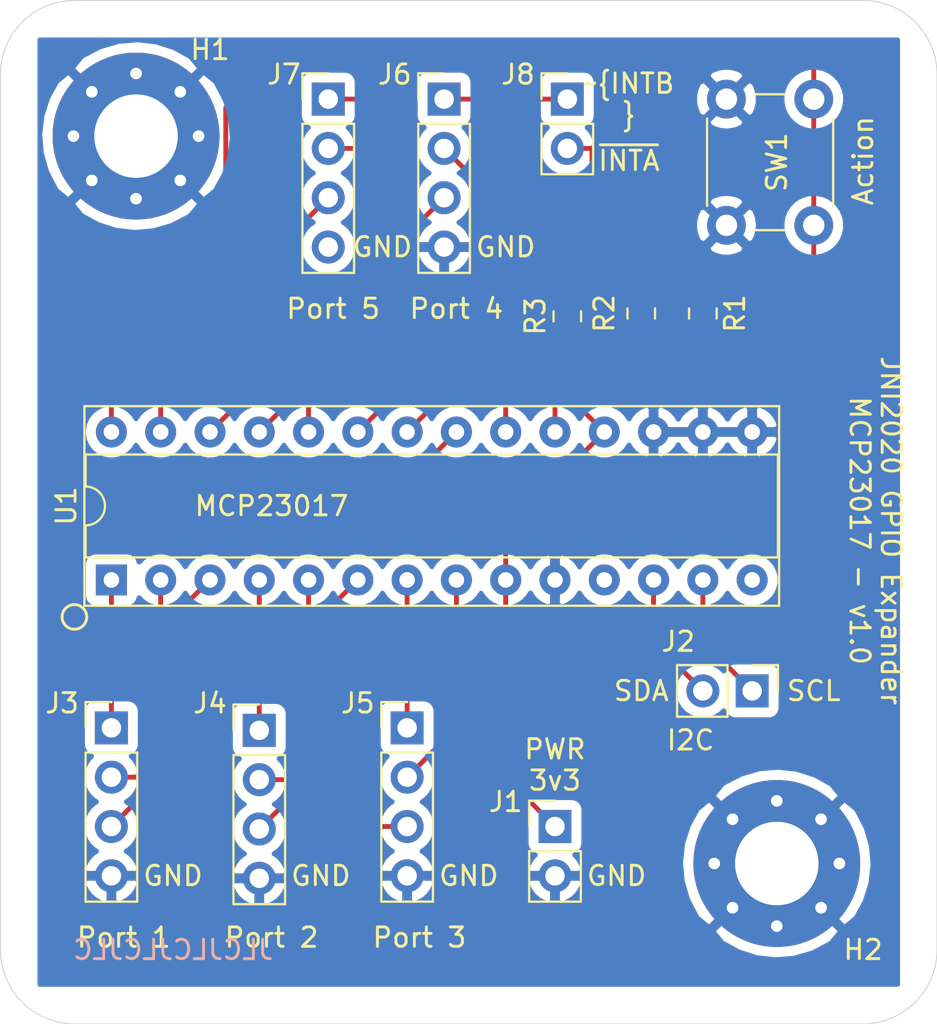
<source format=kicad_pcb>
(kicad_pcb (version 20171130) (host pcbnew "(5.1.6)-1")

  (general
    (thickness 1.6)
    (drawings 31)
    (tracks 91)
    (zones 0)
    (modules 15)
    (nets 23)
  )

  (page A4)
  (layers
    (0 F.Cu signal)
    (31 B.Cu signal)
    (32 B.Adhes user)
    (33 F.Adhes user)
    (34 B.Paste user)
    (35 F.Paste user)
    (36 B.SilkS user)
    (37 F.SilkS user)
    (38 B.Mask user)
    (39 F.Mask user)
    (40 Dwgs.User user)
    (41 Cmts.User user)
    (42 Eco1.User user)
    (43 Eco2.User user)
    (44 Edge.Cuts user)
    (45 Margin user)
    (46 B.CrtYd user)
    (47 F.CrtYd user)
    (48 B.Fab user hide)
    (49 F.Fab user hide)
  )

  (setup
    (last_trace_width 0.25)
    (user_trace_width 0.5)
    (user_trace_width 1)
    (trace_clearance 0.2)
    (zone_clearance 0.508)
    (zone_45_only no)
    (trace_min 0.2)
    (via_size 0.8)
    (via_drill 0.4)
    (via_min_size 0.4)
    (via_min_drill 0.3)
    (uvia_size 0.3)
    (uvia_drill 0.1)
    (uvias_allowed no)
    (uvia_min_size 0.2)
    (uvia_min_drill 0.1)
    (edge_width 0.05)
    (segment_width 0.2)
    (pcb_text_width 0.3)
    (pcb_text_size 1.5 1.5)
    (mod_edge_width 0.12)
    (mod_text_size 1 1)
    (mod_text_width 0.15)
    (pad_size 1.524 1.524)
    (pad_drill 0.762)
    (pad_to_mask_clearance 0.05)
    (aux_axis_origin 0 0)
    (visible_elements 7FFFFFFF)
    (pcbplotparams
      (layerselection 0x010fc_ffffffff)
      (usegerberextensions false)
      (usegerberattributes true)
      (usegerberadvancedattributes true)
      (creategerberjobfile true)
      (excludeedgelayer true)
      (linewidth 0.100000)
      (plotframeref false)
      (viasonmask false)
      (mode 1)
      (useauxorigin false)
      (hpglpennumber 1)
      (hpglpenspeed 20)
      (hpglpendiameter 15.000000)
      (psnegative false)
      (psa4output false)
      (plotreference true)
      (plotvalue true)
      (plotinvisibletext false)
      (padsonsilk false)
      (subtractmaskfromsilk false)
      (outputformat 1)
      (mirror false)
      (drillshape 0)
      (scaleselection 1)
      (outputdirectory "gerber/"))
  )

  (net 0 "")
  (net 1 GND)
  (net 2 +3V3)
  (net 3 "Net-(J2-Pad2)")
  (net 4 "Net-(J2-Pad1)")
  (net 5 "Net-(J3-Pad3)")
  (net 6 "Net-(J3-Pad2)")
  (net 7 "Net-(J3-Pad1)")
  (net 8 "Net-(J4-Pad3)")
  (net 9 "Net-(J4-Pad2)")
  (net 10 "Net-(J4-Pad1)")
  (net 11 "Net-(J5-Pad3)")
  (net 12 "Net-(J5-Pad2)")
  (net 13 "Net-(J5-Pad1)")
  (net 14 "Net-(J6-Pad3)")
  (net 15 "Net-(J6-Pad2)")
  (net 16 "Net-(J6-Pad1)")
  (net 17 "Net-(J7-Pad3)")
  (net 18 "Net-(J7-Pad2)")
  (net 19 "Net-(J7-Pad1)")
  (net 20 "Net-(J8-Pad1)")
  (net 21 "Net-(R1-Pad1)")
  (net 22 "Net-(J8-Pad2)")

  (net_class Default "This is the default net class."
    (clearance 0.2)
    (trace_width 0.25)
    (via_dia 0.8)
    (via_drill 0.4)
    (uvia_dia 0.3)
    (uvia_drill 0.1)
    (add_net +3V3)
    (add_net GND)
    (add_net "Net-(J2-Pad1)")
    (add_net "Net-(J2-Pad2)")
    (add_net "Net-(J3-Pad1)")
    (add_net "Net-(J3-Pad2)")
    (add_net "Net-(J3-Pad3)")
    (add_net "Net-(J4-Pad1)")
    (add_net "Net-(J4-Pad2)")
    (add_net "Net-(J4-Pad3)")
    (add_net "Net-(J5-Pad1)")
    (add_net "Net-(J5-Pad2)")
    (add_net "Net-(J5-Pad3)")
    (add_net "Net-(J6-Pad1)")
    (add_net "Net-(J6-Pad2)")
    (add_net "Net-(J6-Pad3)")
    (add_net "Net-(J7-Pad1)")
    (add_net "Net-(J7-Pad2)")
    (add_net "Net-(J7-Pad3)")
    (add_net "Net-(J8-Pad1)")
    (add_net "Net-(J8-Pad2)")
    (add_net "Net-(R1-Pad1)")
  )

  (module Connector_PinHeader_2.54mm:PinHeader_1x04_P2.54mm_Vertical (layer F.Cu) (tedit 59FED5CC) (tstamp 5F4ED29E)
    (at 137.541 63.5)
    (descr "Through hole straight pin header, 1x04, 2.54mm pitch, single row")
    (tags "Through hole pin header THT 1x04 2.54mm single row")
    (path /5F534E97)
    (fp_text reference J7 (at -2.286 -1.27) (layer F.SilkS)
      (effects (font (size 1 1) (thickness 0.15)))
    )
    (fp_text value "Port 5" (at 0 9.95) (layer F.Fab)
      (effects (font (size 1 1) (thickness 0.15)))
    )
    (fp_line (start 1.8 -1.8) (end -1.8 -1.8) (layer F.CrtYd) (width 0.05))
    (fp_line (start 1.8 9.4) (end 1.8 -1.8) (layer F.CrtYd) (width 0.05))
    (fp_line (start -1.8 9.4) (end 1.8 9.4) (layer F.CrtYd) (width 0.05))
    (fp_line (start -1.8 -1.8) (end -1.8 9.4) (layer F.CrtYd) (width 0.05))
    (fp_line (start -1.33 -1.33) (end 0 -1.33) (layer F.SilkS) (width 0.12))
    (fp_line (start -1.33 0) (end -1.33 -1.33) (layer F.SilkS) (width 0.12))
    (fp_line (start -1.33 1.27) (end 1.33 1.27) (layer F.SilkS) (width 0.12))
    (fp_line (start 1.33 1.27) (end 1.33 8.95) (layer F.SilkS) (width 0.12))
    (fp_line (start -1.33 1.27) (end -1.33 8.95) (layer F.SilkS) (width 0.12))
    (fp_line (start -1.33 8.95) (end 1.33 8.95) (layer F.SilkS) (width 0.12))
    (fp_line (start -1.27 -0.635) (end -0.635 -1.27) (layer F.Fab) (width 0.1))
    (fp_line (start -1.27 8.89) (end -1.27 -0.635) (layer F.Fab) (width 0.1))
    (fp_line (start 1.27 8.89) (end -1.27 8.89) (layer F.Fab) (width 0.1))
    (fp_line (start 1.27 -1.27) (end 1.27 8.89) (layer F.Fab) (width 0.1))
    (fp_line (start -0.635 -1.27) (end 1.27 -1.27) (layer F.Fab) (width 0.1))
    (fp_text user %R (at 0 3.81 90) (layer F.Fab)
      (effects (font (size 1 1) (thickness 0.15)))
    )
    (pad 4 thru_hole oval (at 0 7.62) (size 1.7 1.7) (drill 1) (layers *.Cu *.Mask))
    (pad 3 thru_hole oval (at 0 5.08) (size 1.7 1.7) (drill 1) (layers *.Cu *.Mask)
      (net 17 "Net-(J7-Pad3)"))
    (pad 2 thru_hole oval (at 0 2.54) (size 1.7 1.7) (drill 1) (layers *.Cu *.Mask)
      (net 18 "Net-(J7-Pad2)"))
    (pad 1 thru_hole rect (at 0 0) (size 1.7 1.7) (drill 1) (layers *.Cu *.Mask)
      (net 19 "Net-(J7-Pad1)"))
    (model ${KISYS3DMOD}/Connector_PinHeader_2.54mm.3dshapes/PinHeader_1x04_P2.54mm_Vertical.wrl
      (at (xyz 0 0 0))
      (scale (xyz 1 1 1))
      (rotate (xyz 0 0 0))
    )
  )

  (module Resistor_SMD:R_0805_2012Metric_Pad1.15x1.40mm_HandSolder (layer F.Cu) (tedit 5B36C52B) (tstamp 5F4EE44F)
    (at 149.86 74.685 90)
    (descr "Resistor SMD 0805 (2012 Metric), square (rectangular) end terminal, IPC_7351 nominal with elongated pad for handsoldering. (Body size source: https://docs.google.com/spreadsheets/d/1BsfQQcO9C6DZCsRaXUlFlo91Tg2WpOkGARC1WS5S8t0/edit?usp=sharing), generated with kicad-footprint-generator")
    (tags "resistor handsolder")
    (path /5F56B99D)
    (attr smd)
    (fp_text reference R3 (at 0 -1.65 90) (layer F.SilkS)
      (effects (font (size 1 1) (thickness 0.15)))
    )
    (fp_text value 1K (at 0 1.65 90) (layer F.Fab)
      (effects (font (size 1 1) (thickness 0.15)))
    )
    (fp_line (start 1.85 0.95) (end -1.85 0.95) (layer F.CrtYd) (width 0.05))
    (fp_line (start 1.85 -0.95) (end 1.85 0.95) (layer F.CrtYd) (width 0.05))
    (fp_line (start -1.85 -0.95) (end 1.85 -0.95) (layer F.CrtYd) (width 0.05))
    (fp_line (start -1.85 0.95) (end -1.85 -0.95) (layer F.CrtYd) (width 0.05))
    (fp_line (start -0.261252 0.71) (end 0.261252 0.71) (layer F.SilkS) (width 0.12))
    (fp_line (start -0.261252 -0.71) (end 0.261252 -0.71) (layer F.SilkS) (width 0.12))
    (fp_line (start 1 0.6) (end -1 0.6) (layer F.Fab) (width 0.1))
    (fp_line (start 1 -0.6) (end 1 0.6) (layer F.Fab) (width 0.1))
    (fp_line (start -1 -0.6) (end 1 -0.6) (layer F.Fab) (width 0.1))
    (fp_line (start -1 0.6) (end -1 -0.6) (layer F.Fab) (width 0.1))
    (fp_text user %R (at 0 0 90) (layer F.Fab)
      (effects (font (size 0.5 0.5) (thickness 0.08)))
    )
    (pad 2 smd roundrect (at 1.025 0 90) (size 1.15 1.4) (layers F.Cu F.Paste F.Mask) (roundrect_rratio 0.217391)
      (net 20 "Net-(J8-Pad1)"))
    (pad 1 smd roundrect (at -1.025 0 90) (size 1.15 1.4) (layers F.Cu F.Paste F.Mask) (roundrect_rratio 0.217391)
      (net 2 +3V3))
    (model ${KISYS3DMOD}/Resistor_SMD.3dshapes/R_0805_2012Metric.wrl
      (at (xyz 0 0 0))
      (scale (xyz 1 1 1))
      (rotate (xyz 0 0 0))
    )
  )

  (module Resistor_SMD:R_0805_2012Metric_Pad1.15x1.40mm_HandSolder (layer F.Cu) (tedit 5B36C52B) (tstamp 5F4ED2D6)
    (at 153.67 74.54 270)
    (descr "Resistor SMD 0805 (2012 Metric), square (rectangular) end terminal, IPC_7351 nominal with elongated pad for handsoldering. (Body size source: https://docs.google.com/spreadsheets/d/1BsfQQcO9C6DZCsRaXUlFlo91Tg2WpOkGARC1WS5S8t0/edit?usp=sharing), generated with kicad-footprint-generator")
    (tags "resistor handsolder")
    (path /5F576942)
    (attr smd)
    (fp_text reference R2 (at 0 1.905 270) (layer F.SilkS)
      (effects (font (size 1 1) (thickness 0.15)))
    )
    (fp_text value 1K (at 0 1.65 90) (layer F.Fab)
      (effects (font (size 1 1) (thickness 0.15)))
    )
    (fp_line (start 1.85 0.95) (end -1.85 0.95) (layer F.CrtYd) (width 0.05))
    (fp_line (start 1.85 -0.95) (end 1.85 0.95) (layer F.CrtYd) (width 0.05))
    (fp_line (start -1.85 -0.95) (end 1.85 -0.95) (layer F.CrtYd) (width 0.05))
    (fp_line (start -1.85 0.95) (end -1.85 -0.95) (layer F.CrtYd) (width 0.05))
    (fp_line (start -0.261252 0.71) (end 0.261252 0.71) (layer F.SilkS) (width 0.12))
    (fp_line (start -0.261252 -0.71) (end 0.261252 -0.71) (layer F.SilkS) (width 0.12))
    (fp_line (start 1 0.6) (end -1 0.6) (layer F.Fab) (width 0.1))
    (fp_line (start 1 -0.6) (end 1 0.6) (layer F.Fab) (width 0.1))
    (fp_line (start -1 -0.6) (end 1 -0.6) (layer F.Fab) (width 0.1))
    (fp_line (start -1 0.6) (end -1 -0.6) (layer F.Fab) (width 0.1))
    (fp_text user %R (at 0 0 90) (layer F.Fab)
      (effects (font (size 0.5 0.5) (thickness 0.08)))
    )
    (pad 2 smd roundrect (at 1.025 0 270) (size 1.15 1.4) (layers F.Cu F.Paste F.Mask) (roundrect_rratio 0.217391)
      (net 2 +3V3))
    (pad 1 smd roundrect (at -1.025 0 270) (size 1.15 1.4) (layers F.Cu F.Paste F.Mask) (roundrect_rratio 0.217391)
      (net 22 "Net-(J8-Pad2)"))
    (model ${KISYS3DMOD}/Resistor_SMD.3dshapes/R_0805_2012Metric.wrl
      (at (xyz 0 0 0))
      (scale (xyz 1 1 1))
      (rotate (xyz 0 0 0))
    )
  )

  (module Resistor_SMD:R_0805_2012Metric_Pad1.15x1.40mm_HandSolder (layer F.Cu) (tedit 5B36C52B) (tstamp 5F4EE9B9)
    (at 156.845 74.54 270)
    (descr "Resistor SMD 0805 (2012 Metric), square (rectangular) end terminal, IPC_7351 nominal with elongated pad for handsoldering. (Body size source: https://docs.google.com/spreadsheets/d/1BsfQQcO9C6DZCsRaXUlFlo91Tg2WpOkGARC1WS5S8t0/edit?usp=sharing), generated with kicad-footprint-generator")
    (tags "resistor handsolder")
    (path /5F54E8D7)
    (attr smd)
    (fp_text reference R1 (at 0 -1.65 90) (layer F.SilkS)
      (effects (font (size 1 1) (thickness 0.15)))
    )
    (fp_text value 1K (at 0 1.65 90) (layer F.Fab)
      (effects (font (size 1 1) (thickness 0.15)))
    )
    (fp_line (start 1.85 0.95) (end -1.85 0.95) (layer F.CrtYd) (width 0.05))
    (fp_line (start 1.85 -0.95) (end 1.85 0.95) (layer F.CrtYd) (width 0.05))
    (fp_line (start -1.85 -0.95) (end 1.85 -0.95) (layer F.CrtYd) (width 0.05))
    (fp_line (start -1.85 0.95) (end -1.85 -0.95) (layer F.CrtYd) (width 0.05))
    (fp_line (start -0.261252 0.71) (end 0.261252 0.71) (layer F.SilkS) (width 0.12))
    (fp_line (start -0.261252 -0.71) (end 0.261252 -0.71) (layer F.SilkS) (width 0.12))
    (fp_line (start 1 0.6) (end -1 0.6) (layer F.Fab) (width 0.1))
    (fp_line (start 1 -0.6) (end 1 0.6) (layer F.Fab) (width 0.1))
    (fp_line (start -1 -0.6) (end 1 -0.6) (layer F.Fab) (width 0.1))
    (fp_line (start -1 0.6) (end -1 -0.6) (layer F.Fab) (width 0.1))
    (fp_text user %R (at 0 0 90) (layer F.Fab)
      (effects (font (size 0.5 0.5) (thickness 0.08)))
    )
    (pad 2 smd roundrect (at 1.025 0 270) (size 1.15 1.4) (layers F.Cu F.Paste F.Mask) (roundrect_rratio 0.217391)
      (net 2 +3V3))
    (pad 1 smd roundrect (at -1.025 0 270) (size 1.15 1.4) (layers F.Cu F.Paste F.Mask) (roundrect_rratio 0.217391)
      (net 21 "Net-(R1-Pad1)"))
    (model ${KISYS3DMOD}/Resistor_SMD.3dshapes/R_0805_2012Metric.wrl
      (at (xyz 0 0 0))
      (scale (xyz 1 1 1))
      (rotate (xyz 0 0 0))
    )
  )

  (module Connector_PinHeader_2.54mm:PinHeader_1x02_P2.54mm_Vertical (layer F.Cu) (tedit 59FED5CC) (tstamp 5F4ED210)
    (at 149.225 100.965)
    (descr "Through hole straight pin header, 1x02, 2.54mm pitch, single row")
    (tags "Through hole pin header THT 1x02 2.54mm single row")
    (path /5F54317B)
    (fp_text reference J1 (at -2.54 -1.27) (layer F.SilkS)
      (effects (font (size 1 1) (thickness 0.15)))
    )
    (fp_text value PWR (at 0 4.87) (layer F.Fab)
      (effects (font (size 1 1) (thickness 0.15)))
    )
    (fp_line (start 1.8 -1.8) (end -1.8 -1.8) (layer F.CrtYd) (width 0.05))
    (fp_line (start 1.8 4.35) (end 1.8 -1.8) (layer F.CrtYd) (width 0.05))
    (fp_line (start -1.8 4.35) (end 1.8 4.35) (layer F.CrtYd) (width 0.05))
    (fp_line (start -1.8 -1.8) (end -1.8 4.35) (layer F.CrtYd) (width 0.05))
    (fp_line (start -1.33 -1.33) (end 0 -1.33) (layer F.SilkS) (width 0.12))
    (fp_line (start -1.33 0) (end -1.33 -1.33) (layer F.SilkS) (width 0.12))
    (fp_line (start -1.33 1.27) (end 1.33 1.27) (layer F.SilkS) (width 0.12))
    (fp_line (start 1.33 1.27) (end 1.33 3.87) (layer F.SilkS) (width 0.12))
    (fp_line (start -1.33 1.27) (end -1.33 3.87) (layer F.SilkS) (width 0.12))
    (fp_line (start -1.33 3.87) (end 1.33 3.87) (layer F.SilkS) (width 0.12))
    (fp_line (start -1.27 -0.635) (end -0.635 -1.27) (layer F.Fab) (width 0.1))
    (fp_line (start -1.27 3.81) (end -1.27 -0.635) (layer F.Fab) (width 0.1))
    (fp_line (start 1.27 3.81) (end -1.27 3.81) (layer F.Fab) (width 0.1))
    (fp_line (start 1.27 -1.27) (end 1.27 3.81) (layer F.Fab) (width 0.1))
    (fp_line (start -0.635 -1.27) (end 1.27 -1.27) (layer F.Fab) (width 0.1))
    (fp_text user %R (at 0 1.27 90) (layer F.Fab)
      (effects (font (size 1 1) (thickness 0.15)))
    )
    (pad 2 thru_hole oval (at 0 2.54) (size 1.7 1.7) (drill 1) (layers *.Cu *.Mask)
      (net 1 GND))
    (pad 1 thru_hole rect (at 0 0) (size 1.7 1.7) (drill 1) (layers *.Cu *.Mask)
      (net 2 +3V3))
    (model ${KISYS3DMOD}/Connector_PinHeader_2.54mm.3dshapes/PinHeader_1x02_P2.54mm_Vertical.wrl
      (at (xyz 0 0 0))
      (scale (xyz 1 1 1))
      (rotate (xyz 0 0 0))
    )
  )

  (module Package_DIP:DIP-28_W7.62mm_Socket (layer F.Cu) (tedit 5A02E8C5) (tstamp 5F4ED32D)
    (at 126.365 88.265 90)
    (descr "28-lead though-hole mounted DIP package, row spacing 7.62 mm (300 mils), Socket")
    (tags "THT DIP DIL PDIP 2.54mm 7.62mm 300mil Socket")
    (path /5F4D5073)
    (fp_text reference U1 (at 3.81 -2.33 90) (layer F.SilkS)
      (effects (font (size 1 1) (thickness 0.15)))
    )
    (fp_text value MCP23017-E/SP (at 3.81 35.35 90) (layer F.Fab)
      (effects (font (size 1 1) (thickness 0.15)))
    )
    (fp_line (start 9.15 -1.6) (end -1.55 -1.6) (layer F.CrtYd) (width 0.05))
    (fp_line (start 9.15 34.65) (end 9.15 -1.6) (layer F.CrtYd) (width 0.05))
    (fp_line (start -1.55 34.65) (end 9.15 34.65) (layer F.CrtYd) (width 0.05))
    (fp_line (start -1.55 -1.6) (end -1.55 34.65) (layer F.CrtYd) (width 0.05))
    (fp_line (start 8.95 -1.39) (end -1.33 -1.39) (layer F.SilkS) (width 0.12))
    (fp_line (start 8.95 34.41) (end 8.95 -1.39) (layer F.SilkS) (width 0.12))
    (fp_line (start -1.33 34.41) (end 8.95 34.41) (layer F.SilkS) (width 0.12))
    (fp_line (start -1.33 -1.39) (end -1.33 34.41) (layer F.SilkS) (width 0.12))
    (fp_line (start 6.46 -1.33) (end 4.81 -1.33) (layer F.SilkS) (width 0.12))
    (fp_line (start 6.46 34.35) (end 6.46 -1.33) (layer F.SilkS) (width 0.12))
    (fp_line (start 1.16 34.35) (end 6.46 34.35) (layer F.SilkS) (width 0.12))
    (fp_line (start 1.16 -1.33) (end 1.16 34.35) (layer F.SilkS) (width 0.12))
    (fp_line (start 2.81 -1.33) (end 1.16 -1.33) (layer F.SilkS) (width 0.12))
    (fp_line (start 8.89 -1.33) (end -1.27 -1.33) (layer F.Fab) (width 0.1))
    (fp_line (start 8.89 34.35) (end 8.89 -1.33) (layer F.Fab) (width 0.1))
    (fp_line (start -1.27 34.35) (end 8.89 34.35) (layer F.Fab) (width 0.1))
    (fp_line (start -1.27 -1.33) (end -1.27 34.35) (layer F.Fab) (width 0.1))
    (fp_line (start 0.635 -0.27) (end 1.635 -1.27) (layer F.Fab) (width 0.1))
    (fp_line (start 0.635 34.29) (end 0.635 -0.27) (layer F.Fab) (width 0.1))
    (fp_line (start 6.985 34.29) (end 0.635 34.29) (layer F.Fab) (width 0.1))
    (fp_line (start 6.985 -1.27) (end 6.985 34.29) (layer F.Fab) (width 0.1))
    (fp_line (start 1.635 -1.27) (end 6.985 -1.27) (layer F.Fab) (width 0.1))
    (fp_text user %R (at 3.81 16.51 90) (layer F.Fab)
      (effects (font (size 1 1) (thickness 0.15)))
    )
    (fp_arc (start 3.81 -1.33) (end 2.81 -1.33) (angle -180) (layer F.SilkS) (width 0.12))
    (pad 28 thru_hole oval (at 7.62 0 90) (size 1.6 1.6) (drill 0.8) (layers *.Cu *.Mask)
      (net 21 "Net-(R1-Pad1)"))
    (pad 14 thru_hole oval (at 0 33.02 90) (size 1.6 1.6) (drill 0.8) (layers *.Cu *.Mask))
    (pad 27 thru_hole oval (at 7.62 2.54 90) (size 1.6 1.6) (drill 0.8) (layers *.Cu *.Mask)
      (net 17 "Net-(J7-Pad3)"))
    (pad 13 thru_hole oval (at 0 30.48 90) (size 1.6 1.6) (drill 0.8) (layers *.Cu *.Mask)
      (net 4 "Net-(J2-Pad1)"))
    (pad 26 thru_hole oval (at 7.62 5.08 90) (size 1.6 1.6) (drill 0.8) (layers *.Cu *.Mask)
      (net 18 "Net-(J7-Pad2)"))
    (pad 12 thru_hole oval (at 0 27.94 90) (size 1.6 1.6) (drill 0.8) (layers *.Cu *.Mask)
      (net 3 "Net-(J2-Pad2)"))
    (pad 25 thru_hole oval (at 7.62 7.62 90) (size 1.6 1.6) (drill 0.8) (layers *.Cu *.Mask)
      (net 19 "Net-(J7-Pad1)"))
    (pad 11 thru_hole oval (at 0 25.4 90) (size 1.6 1.6) (drill 0.8) (layers *.Cu *.Mask))
    (pad 24 thru_hole oval (at 7.62 10.16 90) (size 1.6 1.6) (drill 0.8) (layers *.Cu *.Mask)
      (net 14 "Net-(J6-Pad3)"))
    (pad 10 thru_hole oval (at 0 22.86 90) (size 1.6 1.6) (drill 0.8) (layers *.Cu *.Mask)
      (net 1 GND))
    (pad 23 thru_hole oval (at 7.62 12.7 90) (size 1.6 1.6) (drill 0.8) (layers *.Cu *.Mask)
      (net 15 "Net-(J6-Pad2)"))
    (pad 9 thru_hole oval (at 0 20.32 90) (size 1.6 1.6) (drill 0.8) (layers *.Cu *.Mask)
      (net 2 +3V3))
    (pad 22 thru_hole oval (at 7.62 15.24 90) (size 1.6 1.6) (drill 0.8) (layers *.Cu *.Mask)
      (net 16 "Net-(J6-Pad1)"))
    (pad 8 thru_hole oval (at 0 17.78 90) (size 1.6 1.6) (drill 0.8) (layers *.Cu *.Mask)
      (net 12 "Net-(J5-Pad2)"))
    (pad 21 thru_hole oval (at 7.62 17.78 90) (size 1.6 1.6) (drill 0.8) (layers *.Cu *.Mask)
      (net 11 "Net-(J5-Pad3)"))
    (pad 7 thru_hole oval (at 0 15.24 90) (size 1.6 1.6) (drill 0.8) (layers *.Cu *.Mask)
      (net 13 "Net-(J5-Pad1)"))
    (pad 20 thru_hole oval (at 7.62 20.32 90) (size 1.6 1.6) (drill 0.8) (layers *.Cu *.Mask)
      (net 22 "Net-(J8-Pad2)"))
    (pad 6 thru_hole oval (at 0 12.7 90) (size 1.6 1.6) (drill 0.8) (layers *.Cu *.Mask)
      (net 8 "Net-(J4-Pad3)"))
    (pad 19 thru_hole oval (at 7.62 22.86 90) (size 1.6 1.6) (drill 0.8) (layers *.Cu *.Mask)
      (net 20 "Net-(J8-Pad1)"))
    (pad 5 thru_hole oval (at 0 10.16 90) (size 1.6 1.6) (drill 0.8) (layers *.Cu *.Mask)
      (net 9 "Net-(J4-Pad2)"))
    (pad 18 thru_hole oval (at 7.62 25.4 90) (size 1.6 1.6) (drill 0.8) (layers *.Cu *.Mask)
      (net 2 +3V3))
    (pad 4 thru_hole oval (at 0 7.62 90) (size 1.6 1.6) (drill 0.8) (layers *.Cu *.Mask)
      (net 10 "Net-(J4-Pad1)"))
    (pad 17 thru_hole oval (at 7.62 27.94 90) (size 1.6 1.6) (drill 0.8) (layers *.Cu *.Mask)
      (net 1 GND))
    (pad 3 thru_hole oval (at 0 5.08 90) (size 1.6 1.6) (drill 0.8) (layers *.Cu *.Mask)
      (net 5 "Net-(J3-Pad3)"))
    (pad 16 thru_hole oval (at 7.62 30.48 90) (size 1.6 1.6) (drill 0.8) (layers *.Cu *.Mask)
      (net 1 GND))
    (pad 2 thru_hole oval (at 0 2.54 90) (size 1.6 1.6) (drill 0.8) (layers *.Cu *.Mask)
      (net 6 "Net-(J3-Pad2)"))
    (pad 15 thru_hole oval (at 7.62 33.02 90) (size 1.6 1.6) (drill 0.8) (layers *.Cu *.Mask)
      (net 1 GND))
    (pad 1 thru_hole rect (at 0 0 90) (size 1.6 1.6) (drill 0.8) (layers *.Cu *.Mask)
      (net 7 "Net-(J3-Pad1)"))
    (model ${KISYS3DMOD}/Package_DIP.3dshapes/DIP-28_W7.62mm_Socket.wrl
      (at (xyz 0 0 0))
      (scale (xyz 1 1 1))
      (rotate (xyz 0 0 0))
    )
  )

  (module Button_Switch_THT:SW_PUSH_6mm (layer F.Cu) (tedit 5A02FE31) (tstamp 5F4F0F4B)
    (at 162.56 63.5 270)
    (descr https://www.omron.com/ecb/products/pdf/en-b3f.pdf)
    (tags "tact sw push 6mm")
    (path /5F54BE14)
    (fp_text reference SW1 (at 3.25 1.905 90) (layer F.SilkS)
      (effects (font (size 1 1) (thickness 0.15)))
    )
    (fp_text value Action (at 3.75 6.7 90) (layer F.Fab)
      (effects (font (size 1 1) (thickness 0.15)))
    )
    (fp_circle (center 3.25 2.25) (end 1.25 2.5) (layer F.Fab) (width 0.1))
    (fp_line (start 6.75 3) (end 6.75 1.5) (layer F.SilkS) (width 0.12))
    (fp_line (start 5.5 -1) (end 1 -1) (layer F.SilkS) (width 0.12))
    (fp_line (start -0.25 1.5) (end -0.25 3) (layer F.SilkS) (width 0.12))
    (fp_line (start 1 5.5) (end 5.5 5.5) (layer F.SilkS) (width 0.12))
    (fp_line (start 8 -1.25) (end 8 5.75) (layer F.CrtYd) (width 0.05))
    (fp_line (start 7.75 6) (end -1.25 6) (layer F.CrtYd) (width 0.05))
    (fp_line (start -1.5 5.75) (end -1.5 -1.25) (layer F.CrtYd) (width 0.05))
    (fp_line (start -1.25 -1.5) (end 7.75 -1.5) (layer F.CrtYd) (width 0.05))
    (fp_line (start -1.5 6) (end -1.25 6) (layer F.CrtYd) (width 0.05))
    (fp_line (start -1.5 5.75) (end -1.5 6) (layer F.CrtYd) (width 0.05))
    (fp_line (start -1.5 -1.5) (end -1.25 -1.5) (layer F.CrtYd) (width 0.05))
    (fp_line (start -1.5 -1.25) (end -1.5 -1.5) (layer F.CrtYd) (width 0.05))
    (fp_line (start 8 -1.5) (end 8 -1.25) (layer F.CrtYd) (width 0.05))
    (fp_line (start 7.75 -1.5) (end 8 -1.5) (layer F.CrtYd) (width 0.05))
    (fp_line (start 8 6) (end 8 5.75) (layer F.CrtYd) (width 0.05))
    (fp_line (start 7.75 6) (end 8 6) (layer F.CrtYd) (width 0.05))
    (fp_line (start 0.25 -0.75) (end 3.25 -0.75) (layer F.Fab) (width 0.1))
    (fp_line (start 0.25 5.25) (end 0.25 -0.75) (layer F.Fab) (width 0.1))
    (fp_line (start 6.25 5.25) (end 0.25 5.25) (layer F.Fab) (width 0.1))
    (fp_line (start 6.25 -0.75) (end 6.25 5.25) (layer F.Fab) (width 0.1))
    (fp_line (start 3.25 -0.75) (end 6.25 -0.75) (layer F.Fab) (width 0.1))
    (fp_text user %R (at 3.25 2.25 90) (layer F.Fab)
      (effects (font (size 1 1) (thickness 0.15)))
    )
    (pad 1 thru_hole circle (at 6.5 0) (size 2 2) (drill 1.1) (layers *.Cu *.Mask)
      (net 21 "Net-(R1-Pad1)"))
    (pad 2 thru_hole circle (at 6.5 4.5) (size 2 2) (drill 1.1) (layers *.Cu *.Mask)
      (net 1 GND))
    (pad 1 thru_hole circle (at 0 0) (size 2 2) (drill 1.1) (layers *.Cu *.Mask)
      (net 21 "Net-(R1-Pad1)"))
    (pad 2 thru_hole circle (at 0 4.5) (size 2 2) (drill 1.1) (layers *.Cu *.Mask)
      (net 1 GND))
    (model ${KISYS3DMOD}/Button_Switch_THT.3dshapes/SW_PUSH_6mm.wrl
      (at (xyz 0 0 0))
      (scale (xyz 1 1 1))
      (rotate (xyz 0 0 0))
    )
  )

  (module Connector_PinHeader_2.54mm:PinHeader_1x02_P2.54mm_Vertical (layer F.Cu) (tedit 59FED5CC) (tstamp 5F4ED2B4)
    (at 149.86 63.5)
    (descr "Through hole straight pin header, 1x02, 2.54mm pitch, single row")
    (tags "Through hole pin header THT 1x02 2.54mm single row")
    (path /5F4F0D08)
    (fp_text reference J8 (at -2.54 -1.27) (layer F.SilkS)
      (effects (font (size 1 1) (thickness 0.15)))
    )
    (fp_text value ~INT (at 0 4.87) (layer F.Fab)
      (effects (font (size 1 1) (thickness 0.15)))
    )
    (fp_line (start 1.8 -1.8) (end -1.8 -1.8) (layer F.CrtYd) (width 0.05))
    (fp_line (start 1.8 4.35) (end 1.8 -1.8) (layer F.CrtYd) (width 0.05))
    (fp_line (start -1.8 4.35) (end 1.8 4.35) (layer F.CrtYd) (width 0.05))
    (fp_line (start -1.8 -1.8) (end -1.8 4.35) (layer F.CrtYd) (width 0.05))
    (fp_line (start -1.33 -1.33) (end 0 -1.33) (layer F.SilkS) (width 0.12))
    (fp_line (start -1.33 0) (end -1.33 -1.33) (layer F.SilkS) (width 0.12))
    (fp_line (start -1.33 1.27) (end 1.33 1.27) (layer F.SilkS) (width 0.12))
    (fp_line (start 1.33 1.27) (end 1.33 3.87) (layer F.SilkS) (width 0.12))
    (fp_line (start -1.33 1.27) (end -1.33 3.87) (layer F.SilkS) (width 0.12))
    (fp_line (start -1.33 3.87) (end 1.33 3.87) (layer F.SilkS) (width 0.12))
    (fp_line (start -1.27 -0.635) (end -0.635 -1.27) (layer F.Fab) (width 0.1))
    (fp_line (start -1.27 3.81) (end -1.27 -0.635) (layer F.Fab) (width 0.1))
    (fp_line (start 1.27 3.81) (end -1.27 3.81) (layer F.Fab) (width 0.1))
    (fp_line (start 1.27 -1.27) (end 1.27 3.81) (layer F.Fab) (width 0.1))
    (fp_line (start -0.635 -1.27) (end 1.27 -1.27) (layer F.Fab) (width 0.1))
    (fp_text user %R (at 0 1.27 90) (layer F.Fab)
      (effects (font (size 1 1) (thickness 0.15)))
    )
    (pad 2 thru_hole oval (at 0 2.54) (size 1.7 1.7) (drill 1) (layers *.Cu *.Mask)
      (net 22 "Net-(J8-Pad2)"))
    (pad 1 thru_hole rect (at 0 0) (size 1.7 1.7) (drill 1) (layers *.Cu *.Mask)
      (net 20 "Net-(J8-Pad1)"))
    (model ${KISYS3DMOD}/Connector_PinHeader_2.54mm.3dshapes/PinHeader_1x02_P2.54mm_Vertical.wrl
      (at (xyz 0 0 0))
      (scale (xyz 1 1 1))
      (rotate (xyz 0 0 0))
    )
  )

  (module Connector_PinHeader_2.54mm:PinHeader_1x04_P2.54mm_Vertical (layer F.Cu) (tedit 59FED5CC) (tstamp 5F4ED286)
    (at 143.51 63.5)
    (descr "Through hole straight pin header, 1x04, 2.54mm pitch, single row")
    (tags "Through hole pin header THT 1x04 2.54mm single row")
    (path /5F4EA594)
    (fp_text reference J6 (at -2.54 -1.27) (layer F.SilkS)
      (effects (font (size 1 1) (thickness 0.15)))
    )
    (fp_text value "Port 4" (at 0 9.95) (layer F.Fab)
      (effects (font (size 1 1) (thickness 0.15)))
    )
    (fp_line (start 1.8 -1.8) (end -1.8 -1.8) (layer F.CrtYd) (width 0.05))
    (fp_line (start 1.8 9.4) (end 1.8 -1.8) (layer F.CrtYd) (width 0.05))
    (fp_line (start -1.8 9.4) (end 1.8 9.4) (layer F.CrtYd) (width 0.05))
    (fp_line (start -1.8 -1.8) (end -1.8 9.4) (layer F.CrtYd) (width 0.05))
    (fp_line (start -1.33 -1.33) (end 0 -1.33) (layer F.SilkS) (width 0.12))
    (fp_line (start -1.33 0) (end -1.33 -1.33) (layer F.SilkS) (width 0.12))
    (fp_line (start -1.33 1.27) (end 1.33 1.27) (layer F.SilkS) (width 0.12))
    (fp_line (start 1.33 1.27) (end 1.33 8.95) (layer F.SilkS) (width 0.12))
    (fp_line (start -1.33 1.27) (end -1.33 8.95) (layer F.SilkS) (width 0.12))
    (fp_line (start -1.33 8.95) (end 1.33 8.95) (layer F.SilkS) (width 0.12))
    (fp_line (start -1.27 -0.635) (end -0.635 -1.27) (layer F.Fab) (width 0.1))
    (fp_line (start -1.27 8.89) (end -1.27 -0.635) (layer F.Fab) (width 0.1))
    (fp_line (start 1.27 8.89) (end -1.27 8.89) (layer F.Fab) (width 0.1))
    (fp_line (start 1.27 -1.27) (end 1.27 8.89) (layer F.Fab) (width 0.1))
    (fp_line (start -0.635 -1.27) (end 1.27 -1.27) (layer F.Fab) (width 0.1))
    (fp_text user %R (at 0 3.81 90) (layer F.Fab)
      (effects (font (size 1 1) (thickness 0.15)))
    )
    (pad 4 thru_hole oval (at 0 7.62) (size 1.7 1.7) (drill 1) (layers *.Cu *.Mask)
      (net 1 GND))
    (pad 3 thru_hole oval (at 0 5.08) (size 1.7 1.7) (drill 1) (layers *.Cu *.Mask)
      (net 14 "Net-(J6-Pad3)"))
    (pad 2 thru_hole oval (at 0 2.54) (size 1.7 1.7) (drill 1) (layers *.Cu *.Mask)
      (net 15 "Net-(J6-Pad2)"))
    (pad 1 thru_hole rect (at 0 0) (size 1.7 1.7) (drill 1) (layers *.Cu *.Mask)
      (net 16 "Net-(J6-Pad1)"))
    (model ${KISYS3DMOD}/Connector_PinHeader_2.54mm.3dshapes/PinHeader_1x04_P2.54mm_Vertical.wrl
      (at (xyz 0 0 0))
      (scale (xyz 1 1 1))
      (rotate (xyz 0 0 0))
    )
  )

  (module Connector_PinHeader_2.54mm:PinHeader_1x04_P2.54mm_Vertical (layer F.Cu) (tedit 59FED5CC) (tstamp 5F4ED26E)
    (at 141.605 95.885)
    (descr "Through hole straight pin header, 1x04, 2.54mm pitch, single row")
    (tags "Through hole pin header THT 1x04 2.54mm single row")
    (path /5F4E85E8)
    (fp_text reference J5 (at -2.54 -1.27) (layer F.SilkS)
      (effects (font (size 1 1) (thickness 0.15)))
    )
    (fp_text value "Port 3" (at 0 9.95) (layer F.Fab)
      (effects (font (size 1 1) (thickness 0.15)))
    )
    (fp_line (start 1.8 -1.8) (end -1.8 -1.8) (layer F.CrtYd) (width 0.05))
    (fp_line (start 1.8 9.4) (end 1.8 -1.8) (layer F.CrtYd) (width 0.05))
    (fp_line (start -1.8 9.4) (end 1.8 9.4) (layer F.CrtYd) (width 0.05))
    (fp_line (start -1.8 -1.8) (end -1.8 9.4) (layer F.CrtYd) (width 0.05))
    (fp_line (start -1.33 -1.33) (end 0 -1.33) (layer F.SilkS) (width 0.12))
    (fp_line (start -1.33 0) (end -1.33 -1.33) (layer F.SilkS) (width 0.12))
    (fp_line (start -1.33 1.27) (end 1.33 1.27) (layer F.SilkS) (width 0.12))
    (fp_line (start 1.33 1.27) (end 1.33 8.95) (layer F.SilkS) (width 0.12))
    (fp_line (start -1.33 1.27) (end -1.33 8.95) (layer F.SilkS) (width 0.12))
    (fp_line (start -1.33 8.95) (end 1.33 8.95) (layer F.SilkS) (width 0.12))
    (fp_line (start -1.27 -0.635) (end -0.635 -1.27) (layer F.Fab) (width 0.1))
    (fp_line (start -1.27 8.89) (end -1.27 -0.635) (layer F.Fab) (width 0.1))
    (fp_line (start 1.27 8.89) (end -1.27 8.89) (layer F.Fab) (width 0.1))
    (fp_line (start 1.27 -1.27) (end 1.27 8.89) (layer F.Fab) (width 0.1))
    (fp_line (start -0.635 -1.27) (end 1.27 -1.27) (layer F.Fab) (width 0.1))
    (fp_text user %R (at 0 3.81 90) (layer F.Fab)
      (effects (font (size 1 1) (thickness 0.15)))
    )
    (pad 4 thru_hole oval (at 0 7.62) (size 1.7 1.7) (drill 1) (layers *.Cu *.Mask)
      (net 1 GND))
    (pad 3 thru_hole oval (at 0 5.08) (size 1.7 1.7) (drill 1) (layers *.Cu *.Mask)
      (net 11 "Net-(J5-Pad3)"))
    (pad 2 thru_hole oval (at 0 2.54) (size 1.7 1.7) (drill 1) (layers *.Cu *.Mask)
      (net 12 "Net-(J5-Pad2)"))
    (pad 1 thru_hole rect (at 0 0) (size 1.7 1.7) (drill 1) (layers *.Cu *.Mask)
      (net 13 "Net-(J5-Pad1)"))
    (model ${KISYS3DMOD}/Connector_PinHeader_2.54mm.3dshapes/PinHeader_1x04_P2.54mm_Vertical.wrl
      (at (xyz 0 0 0))
      (scale (xyz 1 1 1))
      (rotate (xyz 0 0 0))
    )
  )

  (module Connector_PinHeader_2.54mm:PinHeader_1x04_P2.54mm_Vertical (layer F.Cu) (tedit 59FED5CC) (tstamp 5F4ED256)
    (at 133.985 96.012)
    (descr "Through hole straight pin header, 1x04, 2.54mm pitch, single row")
    (tags "Through hole pin header THT 1x04 2.54mm single row")
    (path /5F4E72B1)
    (fp_text reference J4 (at -2.54 -1.397) (layer F.SilkS)
      (effects (font (size 1 1) (thickness 0.15)))
    )
    (fp_text value "Port 2" (at 0 9.95) (layer F.Fab)
      (effects (font (size 1 1) (thickness 0.15)))
    )
    (fp_line (start 1.8 -1.8) (end -1.8 -1.8) (layer F.CrtYd) (width 0.05))
    (fp_line (start 1.8 9.4) (end 1.8 -1.8) (layer F.CrtYd) (width 0.05))
    (fp_line (start -1.8 9.4) (end 1.8 9.4) (layer F.CrtYd) (width 0.05))
    (fp_line (start -1.8 -1.8) (end -1.8 9.4) (layer F.CrtYd) (width 0.05))
    (fp_line (start -1.33 -1.33) (end 0 -1.33) (layer F.SilkS) (width 0.12))
    (fp_line (start -1.33 0) (end -1.33 -1.33) (layer F.SilkS) (width 0.12))
    (fp_line (start -1.33 1.27) (end 1.33 1.27) (layer F.SilkS) (width 0.12))
    (fp_line (start 1.33 1.27) (end 1.33 8.95) (layer F.SilkS) (width 0.12))
    (fp_line (start -1.33 1.27) (end -1.33 8.95) (layer F.SilkS) (width 0.12))
    (fp_line (start -1.33 8.95) (end 1.33 8.95) (layer F.SilkS) (width 0.12))
    (fp_line (start -1.27 -0.635) (end -0.635 -1.27) (layer F.Fab) (width 0.1))
    (fp_line (start -1.27 8.89) (end -1.27 -0.635) (layer F.Fab) (width 0.1))
    (fp_line (start 1.27 8.89) (end -1.27 8.89) (layer F.Fab) (width 0.1))
    (fp_line (start 1.27 -1.27) (end 1.27 8.89) (layer F.Fab) (width 0.1))
    (fp_line (start -0.635 -1.27) (end 1.27 -1.27) (layer F.Fab) (width 0.1))
    (fp_text user %R (at 0 3.81 90) (layer F.Fab)
      (effects (font (size 1 1) (thickness 0.15)))
    )
    (pad 4 thru_hole oval (at 0 7.62) (size 1.7 1.7) (drill 1) (layers *.Cu *.Mask)
      (net 1 GND))
    (pad 3 thru_hole oval (at 0 5.08) (size 1.7 1.7) (drill 1) (layers *.Cu *.Mask)
      (net 8 "Net-(J4-Pad3)"))
    (pad 2 thru_hole oval (at 0 2.54) (size 1.7 1.7) (drill 1) (layers *.Cu *.Mask)
      (net 9 "Net-(J4-Pad2)"))
    (pad 1 thru_hole rect (at 0 0) (size 1.7 1.7) (drill 1) (layers *.Cu *.Mask)
      (net 10 "Net-(J4-Pad1)"))
    (model ${KISYS3DMOD}/Connector_PinHeader_2.54mm.3dshapes/PinHeader_1x04_P2.54mm_Vertical.wrl
      (at (xyz 0 0 0))
      (scale (xyz 1 1 1))
      (rotate (xyz 0 0 0))
    )
  )

  (module Connector_PinHeader_2.54mm:PinHeader_1x04_P2.54mm_Vertical (layer F.Cu) (tedit 59FED5CC) (tstamp 5F4ED23E)
    (at 126.365 95.885)
    (descr "Through hole straight pin header, 1x04, 2.54mm pitch, single row")
    (tags "Through hole pin header THT 1x04 2.54mm single row")
    (path /5F4D6D02)
    (fp_text reference J3 (at -2.54 -1.27) (layer F.SilkS)
      (effects (font (size 1 1) (thickness 0.15)))
    )
    (fp_text value "Port 1" (at 0 9.95) (layer F.Fab)
      (effects (font (size 1 1) (thickness 0.15)))
    )
    (fp_line (start 1.8 -1.8) (end -1.8 -1.8) (layer F.CrtYd) (width 0.05))
    (fp_line (start 1.8 9.4) (end 1.8 -1.8) (layer F.CrtYd) (width 0.05))
    (fp_line (start -1.8 9.4) (end 1.8 9.4) (layer F.CrtYd) (width 0.05))
    (fp_line (start -1.8 -1.8) (end -1.8 9.4) (layer F.CrtYd) (width 0.05))
    (fp_line (start -1.33 -1.33) (end 0 -1.33) (layer F.SilkS) (width 0.12))
    (fp_line (start -1.33 0) (end -1.33 -1.33) (layer F.SilkS) (width 0.12))
    (fp_line (start -1.33 1.27) (end 1.33 1.27) (layer F.SilkS) (width 0.12))
    (fp_line (start 1.33 1.27) (end 1.33 8.95) (layer F.SilkS) (width 0.12))
    (fp_line (start -1.33 1.27) (end -1.33 8.95) (layer F.SilkS) (width 0.12))
    (fp_line (start -1.33 8.95) (end 1.33 8.95) (layer F.SilkS) (width 0.12))
    (fp_line (start -1.27 -0.635) (end -0.635 -1.27) (layer F.Fab) (width 0.1))
    (fp_line (start -1.27 8.89) (end -1.27 -0.635) (layer F.Fab) (width 0.1))
    (fp_line (start 1.27 8.89) (end -1.27 8.89) (layer F.Fab) (width 0.1))
    (fp_line (start 1.27 -1.27) (end 1.27 8.89) (layer F.Fab) (width 0.1))
    (fp_line (start -0.635 -1.27) (end 1.27 -1.27) (layer F.Fab) (width 0.1))
    (fp_text user %R (at 0 3.81 90) (layer F.Fab)
      (effects (font (size 1 1) (thickness 0.15)))
    )
    (pad 4 thru_hole oval (at 0 7.62) (size 1.7 1.7) (drill 1) (layers *.Cu *.Mask)
      (net 1 GND))
    (pad 3 thru_hole oval (at 0 5.08) (size 1.7 1.7) (drill 1) (layers *.Cu *.Mask)
      (net 5 "Net-(J3-Pad3)"))
    (pad 2 thru_hole oval (at 0 2.54) (size 1.7 1.7) (drill 1) (layers *.Cu *.Mask)
      (net 6 "Net-(J3-Pad2)"))
    (pad 1 thru_hole rect (at 0 0) (size 1.7 1.7) (drill 1) (layers *.Cu *.Mask)
      (net 7 "Net-(J3-Pad1)"))
    (model ${KISYS3DMOD}/Connector_PinHeader_2.54mm.3dshapes/PinHeader_1x04_P2.54mm_Vertical.wrl
      (at (xyz 0 0 0))
      (scale (xyz 1 1 1))
      (rotate (xyz 0 0 0))
    )
  )

  (module Connector_PinHeader_2.54mm:PinHeader_1x02_P2.54mm_Vertical (layer F.Cu) (tedit 59FED5CC) (tstamp 5F4ED226)
    (at 159.385 93.98 270)
    (descr "Through hole straight pin header, 1x02, 2.54mm pitch, single row")
    (tags "Through hole pin header THT 1x02 2.54mm single row")
    (path /5F540EC6)
    (fp_text reference J2 (at -2.54 3.81 180) (layer F.SilkS)
      (effects (font (size 1 1) (thickness 0.15)))
    )
    (fp_text value I2C (at 0 4.87 90) (layer F.Fab)
      (effects (font (size 1 1) (thickness 0.15)))
    )
    (fp_line (start 1.8 -1.8) (end -1.8 -1.8) (layer F.CrtYd) (width 0.05))
    (fp_line (start 1.8 4.35) (end 1.8 -1.8) (layer F.CrtYd) (width 0.05))
    (fp_line (start -1.8 4.35) (end 1.8 4.35) (layer F.CrtYd) (width 0.05))
    (fp_line (start -1.8 -1.8) (end -1.8 4.35) (layer F.CrtYd) (width 0.05))
    (fp_line (start -1.33 -1.33) (end 0 -1.33) (layer F.SilkS) (width 0.12))
    (fp_line (start -1.33 0) (end -1.33 -1.33) (layer F.SilkS) (width 0.12))
    (fp_line (start -1.33 1.27) (end 1.33 1.27) (layer F.SilkS) (width 0.12))
    (fp_line (start 1.33 1.27) (end 1.33 3.87) (layer F.SilkS) (width 0.12))
    (fp_line (start -1.33 1.27) (end -1.33 3.87) (layer F.SilkS) (width 0.12))
    (fp_line (start -1.33 3.87) (end 1.33 3.87) (layer F.SilkS) (width 0.12))
    (fp_line (start -1.27 -0.635) (end -0.635 -1.27) (layer F.Fab) (width 0.1))
    (fp_line (start -1.27 3.81) (end -1.27 -0.635) (layer F.Fab) (width 0.1))
    (fp_line (start 1.27 3.81) (end -1.27 3.81) (layer F.Fab) (width 0.1))
    (fp_line (start 1.27 -1.27) (end 1.27 3.81) (layer F.Fab) (width 0.1))
    (fp_line (start -0.635 -1.27) (end 1.27 -1.27) (layer F.Fab) (width 0.1))
    (fp_text user %R (at 0 1.27) (layer F.Fab)
      (effects (font (size 1 1) (thickness 0.15)))
    )
    (pad 2 thru_hole oval (at 0 2.54 270) (size 1.7 1.7) (drill 1) (layers *.Cu *.Mask)
      (net 3 "Net-(J2-Pad2)"))
    (pad 1 thru_hole rect (at 0 0 270) (size 1.7 1.7) (drill 1) (layers *.Cu *.Mask)
      (net 4 "Net-(J2-Pad1)"))
    (model ${KISYS3DMOD}/Connector_PinHeader_2.54mm.3dshapes/PinHeader_1x02_P2.54mm_Vertical.wrl
      (at (xyz 0 0 0))
      (scale (xyz 1 1 1))
      (rotate (xyz 0 0 0))
    )
  )

  (module MountingHole:MountingHole_4.3mm_M4_Pad_Via (layer F.Cu) (tedit 56DDBFD7) (tstamp 5F4ED1FA)
    (at 160.655 102.87)
    (descr "Mounting Hole 4.3mm, M4")
    (tags "mounting hole 4.3mm m4")
    (path /5F5A9DAD)
    (attr virtual)
    (fp_text reference H2 (at 4.445 4.445) (layer F.SilkS)
      (effects (font (size 1 1) (thickness 0.15)))
    )
    (fp_text value MountingHole_Pad (at 0 5.3) (layer F.Fab)
      (effects (font (size 1 1) (thickness 0.15)))
    )
    (fp_circle (center 0 0) (end 4.55 0) (layer F.CrtYd) (width 0.05))
    (fp_circle (center 0 0) (end 4.3 0) (layer Cmts.User) (width 0.15))
    (fp_text user %R (at 0.3 0) (layer F.Fab)
      (effects (font (size 1 1) (thickness 0.15)))
    )
    (pad 1 thru_hole circle (at 2.280419 -2.280419) (size 0.9 0.9) (drill 0.6) (layers *.Cu *.Mask)
      (net 1 GND))
    (pad 1 thru_hole circle (at 0 -3.225) (size 0.9 0.9) (drill 0.6) (layers *.Cu *.Mask)
      (net 1 GND))
    (pad 1 thru_hole circle (at -2.280419 -2.280419) (size 0.9 0.9) (drill 0.6) (layers *.Cu *.Mask)
      (net 1 GND))
    (pad 1 thru_hole circle (at -3.225 0) (size 0.9 0.9) (drill 0.6) (layers *.Cu *.Mask)
      (net 1 GND))
    (pad 1 thru_hole circle (at -2.280419 2.280419) (size 0.9 0.9) (drill 0.6) (layers *.Cu *.Mask)
      (net 1 GND))
    (pad 1 thru_hole circle (at 0 3.225) (size 0.9 0.9) (drill 0.6) (layers *.Cu *.Mask)
      (net 1 GND))
    (pad 1 thru_hole circle (at 2.280419 2.280419) (size 0.9 0.9) (drill 0.6) (layers *.Cu *.Mask)
      (net 1 GND))
    (pad 1 thru_hole circle (at 3.225 0) (size 0.9 0.9) (drill 0.6) (layers *.Cu *.Mask)
      (net 1 GND))
    (pad 1 thru_hole circle (at 0 0) (size 8.6 8.6) (drill 4.3) (layers *.Cu *.Mask)
      (net 1 GND))
  )

  (module MountingHole:MountingHole_4.3mm_M4_Pad_Via (layer F.Cu) (tedit 56DDBFD7) (tstamp 5F4ED1EA)
    (at 127.635 65.405)
    (descr "Mounting Hole 4.3mm, M4")
    (tags "mounting hole 4.3mm m4")
    (path /5F5A7348)
    (attr virtual)
    (fp_text reference H1 (at 3.81 -4.445) (layer F.SilkS)
      (effects (font (size 1 1) (thickness 0.15)))
    )
    (fp_text value MountingHole_Pad (at 0 5.3) (layer F.Fab)
      (effects (font (size 1 1) (thickness 0.15)))
    )
    (fp_circle (center 0 0) (end 4.55 0) (layer F.CrtYd) (width 0.05))
    (fp_circle (center 0 0) (end 4.3 0) (layer Cmts.User) (width 0.15))
    (fp_text user %R (at 0.3 0) (layer F.Fab)
      (effects (font (size 1 1) (thickness 0.15)))
    )
    (pad 1 thru_hole circle (at 2.280419 -2.280419) (size 0.9 0.9) (drill 0.6) (layers *.Cu *.Mask)
      (net 1 GND))
    (pad 1 thru_hole circle (at 0 -3.225) (size 0.9 0.9) (drill 0.6) (layers *.Cu *.Mask)
      (net 1 GND))
    (pad 1 thru_hole circle (at -2.280419 -2.280419) (size 0.9 0.9) (drill 0.6) (layers *.Cu *.Mask)
      (net 1 GND))
    (pad 1 thru_hole circle (at -3.225 0) (size 0.9 0.9) (drill 0.6) (layers *.Cu *.Mask)
      (net 1 GND))
    (pad 1 thru_hole circle (at -2.280419 2.280419) (size 0.9 0.9) (drill 0.6) (layers *.Cu *.Mask)
      (net 1 GND))
    (pad 1 thru_hole circle (at 0 3.225) (size 0.9 0.9) (drill 0.6) (layers *.Cu *.Mask)
      (net 1 GND))
    (pad 1 thru_hole circle (at 2.280419 2.280419) (size 0.9 0.9) (drill 0.6) (layers *.Cu *.Mask)
      (net 1 GND))
    (pad 1 thru_hole circle (at 3.225 0) (size 0.9 0.9) (drill 0.6) (layers *.Cu *.Mask)
      (net 1 GND))
    (pad 1 thru_hole circle (at 0 0) (size 8.6 8.6) (drill 4.3) (layers *.Cu *.Mask)
      (net 1 GND))
  )

  (gr_text "JNI2020 GPIO Expander\nMCP23017 - v1.0" (at 165.735 85.725 270) (layer F.SilkS)
    (effects (font (size 1 1) (thickness 0.15)))
  )
  (gr_text "~INTB\n" (at 153.035 63.5) (layer F.SilkS)
    (effects (font (size 1 1) (thickness 0.15)))
  )
  (gr_text ~INTA (at 153.035 66.675) (layer F.SilkS)
    (effects (font (size 1 1) (thickness 0.15)))
  )
  (gr_text JLCJLCJLCJLC (at 129.54 107.315) (layer B.SilkS)
    (effects (font (size 1 1) (thickness 0.15)) (justify mirror))
  )
  (gr_text "GND\n" (at 146.685 71.12) (layer F.SilkS) (tstamp 5F4EEC5F)
    (effects (font (size 1 1) (thickness 0.15)))
  )
  (gr_text "GND\n" (at 140.335 71.12) (layer F.SilkS) (tstamp 5F4EEC5D)
    (effects (font (size 1 1) (thickness 0.15)))
  )
  (gr_text "GND\n" (at 129.54 103.505) (layer F.SilkS) (tstamp 5F4EEC5B)
    (effects (font (size 1 1) (thickness 0.15)))
  )
  (gr_text "GND\n" (at 137.16 103.505) (layer F.SilkS) (tstamp 5F4EEC59)
    (effects (font (size 1 1) (thickness 0.15)))
  )
  (gr_text "GND\n" (at 144.78 103.505) (layer F.SilkS) (tstamp 5F4EEC57)
    (effects (font (size 1 1) (thickness 0.15)))
  )
  (gr_text "GND\n" (at 152.4 103.505) (layer F.SilkS)
    (effects (font (size 1 1) (thickness 0.15)))
  )
  (gr_text I2C (at 156.21 96.52) (layer F.SilkS)
    (effects (font (size 1 1) (thickness 0.15)))
  )
  (gr_text "Port 5\n" (at 137.795 74.295) (layer F.SilkS) (tstamp 5F4EEC47)
    (effects (font (size 1 1) (thickness 0.15)))
  )
  (gr_text "Port 4\n" (at 144.145 74.295) (layer F.SilkS) (tstamp 5F4EEC2C)
    (effects (font (size 1 1) (thickness 0.15)))
  )
  (gr_text "Port 3" (at 142.24 106.68) (layer F.SilkS) (tstamp 5F4EEC24)
    (effects (font (size 1 1) (thickness 0.15)))
  )
  (gr_text "Port 2\n" (at 134.62 106.68) (layer F.SilkS) (tstamp 5F4EEC22)
    (effects (font (size 1 1) (thickness 0.15)))
  )
  (gr_text "Port 1\n" (at 127 106.68) (layer F.SilkS)
    (effects (font (size 1 1) (thickness 0.15)))
  )
  (gr_text MCP23017 (at 134.62 84.455) (layer F.SilkS)
    (effects (font (size 1 1) (thickness 0.15)))
  )
  (gr_text "SDA\n" (at 153.67 93.98) (layer F.SilkS)
    (effects (font (size 1 1) (thickness 0.15)))
  )
  (gr_text SCL (at 162.56 93.98) (layer F.SilkS)
    (effects (font (size 1 1) (thickness 0.15)))
  )
  (gr_text "PWR\n3v3\n" (at 149.225 97.79) (layer F.SilkS)
    (effects (font (size 1 1) (thickness 0.15)))
  )
  (gr_text "Action\n" (at 165.1 66.675 90) (layer F.SilkS)
    (effects (font (size 1 1) (thickness 0.15)))
  )
  (gr_circle (center 124.46 90.17) (end 125.095 90.17) (layer F.SilkS) (width 0.15))
  (gr_line (start 165.1 58.42) (end 124.46 58.42) (layer Edge.Cuts) (width 0.05) (tstamp 5F4EE730))
  (gr_line (start 120.65 107.315) (end 120.65 106.68) (layer Edge.Cuts) (width 0.05) (tstamp 5F4EE72F))
  (gr_line (start 120.65 106.68) (end 120.65 62.23) (layer Edge.Cuts) (width 0.05) (tstamp 5F4EE72E))
  (gr_line (start 165.1 111.125) (end 124.46 111.125) (layer Edge.Cuts) (width 0.05) (tstamp 5F4EE72D))
  (gr_line (start 168.91 62.23) (end 168.91 107.315) (layer Edge.Cuts) (width 0.05) (tstamp 5F4F0F2B))
  (gr_arc (start 124.46 62.23) (end 124.46 58.42) (angle -90) (layer Edge.Cuts) (width 0.05) (tstamp 5F4EE727))
  (gr_arc (start 124.46 107.315) (end 120.65 107.315) (angle -90) (layer Edge.Cuts) (width 0.05) (tstamp 5F4EE71E))
  (gr_arc (start 165.1 107.315) (end 165.1 111.125) (angle -90) (layer Edge.Cuts) (width 0.05) (tstamp 5F4EE719))
  (gr_arc (start 165.1 62.23) (end 168.91 62.23) (angle -90) (layer Edge.Cuts) (width 0.05))

  (segment (start 146.685 85.725) (end 151.765 80.645) (width 0.25) (layer F.Cu) (net 2))
  (segment (start 146.685 88.265) (end 146.685 85.725) (width 0.25) (layer F.Cu) (net 2))
  (segment (start 146.685 98.425) (end 149.225 100.965) (width 0.25) (layer F.Cu) (net 2))
  (segment (start 146.685 88.265) (end 146.685 98.425) (width 0.25) (layer F.Cu) (net 2))
  (segment (start 156.845 75.565) (end 153.67 75.565) (width 0.25) (layer F.Cu) (net 2))
  (segment (start 150.005 75.565) (end 149.86 75.71) (width 0.25) (layer F.Cu) (net 2))
  (segment (start 153.67 75.565) (end 150.005 75.565) (width 0.25) (layer F.Cu) (net 2))
  (segment (start 149.86 78.74) (end 151.765 80.645) (width 0.25) (layer F.Cu) (net 2))
  (segment (start 149.86 75.71) (end 149.86 78.74) (width 0.25) (layer F.Cu) (net 2))
  (segment (start 154.305 91.44) (end 156.845 93.98) (width 0.25) (layer F.Cu) (net 3))
  (segment (start 154.305 88.265) (end 154.305 91.44) (width 0.25) (layer F.Cu) (net 3))
  (segment (start 156.845 91.44) (end 159.385 93.98) (width 0.25) (layer F.Cu) (net 4))
  (segment (start 156.845 88.265) (end 156.845 91.44) (width 0.25) (layer F.Cu) (net 4))
  (segment (start 131.445 88.265) (end 129.35501 90.35499) (width 0.25) (layer F.Cu) (net 5))
  (segment (start 129.35501 97.97499) (end 126.365 100.965) (width 0.25) (layer F.Cu) (net 5))
  (segment (start 129.35501 90.35499) (end 129.35501 97.97499) (width 0.25) (layer F.Cu) (net 5))
  (segment (start 127.635 98.425) (end 126.365 98.425) (width 0.25) (layer F.Cu) (net 6))
  (segment (start 128.905 88.265) (end 128.905 97.155) (width 0.25) (layer F.Cu) (net 6))
  (segment (start 128.905 97.155) (end 127.635 98.425) (width 0.25) (layer F.Cu) (net 6))
  (segment (start 126.365 88.265) (end 126.365 95.885) (width 0.25) (layer F.Cu) (net 7))
  (segment (start 139.065 88.265) (end 137.16 90.17) (width 0.25) (layer F.Cu) (net 8))
  (segment (start 137.16 97.917) (end 133.985 101.092) (width 0.25) (layer F.Cu) (net 8))
  (segment (start 137.16 90.17) (end 137.16 97.917) (width 0.25) (layer F.Cu) (net 8))
  (segment (start 136.525 88.265) (end 136.525 97.79) (width 0.25) (layer F.Cu) (net 9))
  (segment (start 135.763 98.552) (end 133.985 98.552) (width 0.25) (layer F.Cu) (net 9))
  (segment (start 136.525 97.79) (end 135.763 98.552) (width 0.25) (layer F.Cu) (net 9))
  (segment (start 133.985 88.265) (end 133.985 96.012) (width 0.25) (layer F.Cu) (net 10))
  (segment (start 137.16 107.315) (end 139.065 105.41) (width 0.25) (layer F.Cu) (net 11))
  (segment (start 125.095 107.315) (end 137.16 107.315) (width 0.25) (layer F.Cu) (net 11))
  (segment (start 140.335 84.455) (end 123.825 84.455) (width 0.25) (layer F.Cu) (net 11))
  (segment (start 144.145 80.645) (end 140.335 84.455) (width 0.25) (layer F.Cu) (net 11))
  (segment (start 139.065 102.235) (end 140.335 100.965) (width 0.25) (layer F.Cu) (net 11))
  (segment (start 123.825 84.455) (end 123.19 85.09) (width 0.25) (layer F.Cu) (net 11))
  (segment (start 140.335 100.965) (end 141.605 100.965) (width 0.25) (layer F.Cu) (net 11))
  (segment (start 123.19 85.09) (end 123.19 105.41) (width 0.25) (layer F.Cu) (net 11))
  (segment (start 139.065 105.41) (end 139.065 102.235) (width 0.25) (layer F.Cu) (net 11))
  (segment (start 123.19 105.41) (end 125.095 107.315) (width 0.25) (layer F.Cu) (net 11))
  (segment (start 144.145 95.885) (end 144.145 88.265) (width 0.25) (layer F.Cu) (net 12))
  (segment (start 141.605 98.425) (end 144.145 95.885) (width 0.25) (layer F.Cu) (net 12))
  (segment (start 141.605 88.265) (end 141.605 95.885) (width 0.25) (layer F.Cu) (net 13))
  (segment (start 136.525 80.645) (end 136.525 79.375) (width 0.25) (layer F.Cu) (net 14))
  (segment (start 136.525 79.375) (end 141.605 74.295) (width 0.25) (layer F.Cu) (net 14))
  (segment (start 141.605 70.485) (end 143.51 68.58) (width 0.25) (layer F.Cu) (net 14))
  (segment (start 141.605 74.295) (end 141.605 70.485) (width 0.25) (layer F.Cu) (net 14))
  (segment (start 139.065 80.645) (end 145.415 74.295) (width 0.25) (layer F.Cu) (net 15))
  (segment (start 145.415 67.945) (end 143.51 66.04) (width 0.25) (layer F.Cu) (net 15))
  (segment (start 145.415 74.295) (end 145.415 67.945) (width 0.25) (layer F.Cu) (net 15))
  (segment (start 145.415 63.5) (end 143.51 63.5) (width 0.25) (layer F.Cu) (net 16))
  (segment (start 146.05 64.135) (end 145.415 63.5) (width 0.25) (layer F.Cu) (net 16))
  (segment (start 141.605 80.645) (end 146.05 76.2) (width 0.25) (layer F.Cu) (net 16))
  (segment (start 146.05 76.2) (end 146.05 64.135) (width 0.25) (layer F.Cu) (net 16))
  (segment (start 128.905 77.216) (end 137.541 68.58) (width 0.25) (layer F.Cu) (net 17))
  (segment (start 128.905 80.645) (end 128.905 77.216) (width 0.25) (layer F.Cu) (net 17))
  (segment (start 131.445 80.645) (end 140.335 71.755) (width 0.25) (layer F.Cu) (net 18))
  (segment (start 140.335 71.755) (end 140.335 67.31) (width 0.25) (layer F.Cu) (net 18))
  (segment (start 139.065 66.04) (end 137.541 66.04) (width 0.25) (layer F.Cu) (net 18))
  (segment (start 140.335 67.31) (end 139.065 66.04) (width 0.25) (layer F.Cu) (net 18))
  (segment (start 139.7 63.5) (end 137.541 63.5) (width 0.25) (layer F.Cu) (net 19))
  (segment (start 133.985 80.645) (end 141.15499 73.47501) (width 0.25) (layer F.Cu) (net 19))
  (segment (start 141.15499 64.95499) (end 139.7 63.5) (width 0.25) (layer F.Cu) (net 19))
  (segment (start 141.15499 73.47501) (end 141.15499 64.95499) (width 0.25) (layer F.Cu) (net 19))
  (segment (start 149.86 63.5) (end 147.955 63.5) (width 0.25) (layer F.Cu) (net 20))
  (segment (start 147.955 63.5) (end 147.32 64.135) (width 0.25) (layer F.Cu) (net 20))
  (segment (start 147.32 71.12) (end 149.86 73.66) (width 0.25) (layer F.Cu) (net 20))
  (segment (start 147.32 64.135) (end 147.32 71.12) (width 0.25) (layer F.Cu) (net 20))
  (segment (start 149.225 80.645) (end 149.225 78.105) (width 0.25) (layer F.Cu) (net 20))
  (segment (start 149.225 78.105) (end 147.955 76.835) (width 0.25) (layer F.Cu) (net 20))
  (segment (start 147.955 76.835) (end 147.955 74.295) (width 0.25) (layer F.Cu) (net 20))
  (segment (start 148.59 73.66) (end 149.86 73.66) (width 0.25) (layer F.Cu) (net 20))
  (segment (start 147.955 74.295) (end 148.59 73.66) (width 0.25) (layer F.Cu) (net 20))
  (segment (start 162.56 70) (end 162.56 63.5) (width 0.25) (layer F.Cu) (net 21))
  (segment (start 162.56 70) (end 162.56 71.755) (width 0.25) (layer F.Cu) (net 21))
  (segment (start 160.8 73.515) (end 156.845 73.515) (width 0.25) (layer F.Cu) (net 21))
  (segment (start 162.56 71.755) (end 160.8 73.515) (width 0.25) (layer F.Cu) (net 21))
  (segment (start 126.365 73.66) (end 126.365 80.645) (width 0.25) (layer F.Cu) (net 21))
  (segment (start 132.260001 67.764999) (end 126.365 73.66) (width 0.25) (layer F.Cu) (net 21))
  (segment (start 162.56 61.595) (end 161.925 60.96) (width 0.25) (layer F.Cu) (net 21))
  (segment (start 161.925 60.96) (end 135.255 60.96) (width 0.25) (layer F.Cu) (net 21))
  (segment (start 162.56 63.5) (end 162.56 61.595) (width 0.25) (layer F.Cu) (net 21))
  (segment (start 135.255 60.96) (end 132.260001 63.954999) (width 0.25) (layer F.Cu) (net 21))
  (segment (start 132.260001 63.954999) (end 132.260001 67.764999) (width 0.25) (layer F.Cu) (net 21))
  (segment (start 146.685 80.645) (end 146.685 62.23) (width 0.25) (layer F.Cu) (net 22))
  (segment (start 146.685 62.23) (end 147.32 61.595) (width 0.25) (layer F.Cu) (net 22))
  (segment (start 147.32 61.595) (end 151.765 61.595) (width 0.25) (layer F.Cu) (net 22))
  (segment (start 151.765 61.595) (end 152.4 62.23) (width 0.25) (layer F.Cu) (net 22))
  (segment (start 152.4 62.23) (end 152.4 64.77) (width 0.25) (layer F.Cu) (net 22))
  (segment (start 151.13 66.04) (end 149.86 66.04) (width 0.25) (layer F.Cu) (net 22))
  (segment (start 152.4 64.77) (end 151.13 66.04) (width 0.25) (layer F.Cu) (net 22))
  (segment (start 151.13 66.04) (end 151.13 69.85) (width 0.25) (layer F.Cu) (net 22))
  (segment (start 153.67 72.39) (end 153.67 73.515) (width 0.25) (layer F.Cu) (net 22))
  (segment (start 151.13 69.85) (end 153.67 72.39) (width 0.25) (layer F.Cu) (net 22))

  (zone (net 1) (net_name GND) (layer B.Cu) (tstamp 5F4F1605) (hatch edge 0.508)
    (connect_pads (clearance 0.508))
    (min_thickness 0.254)
    (fill yes (arc_segments 32) (thermal_gap 0.508) (thermal_bridge_width 0.508))
    (polygon
      (pts
        (xy 167.005 109.22) (xy 122.555 109.22) (xy 122.555 60.325) (xy 167.005 60.325)
      )
    )
    (filled_polygon
      (pts
        (xy 126.734079 60.528649) (xy 125.800062 60.798107) (xy 124.93656 61.244606) (xy 124.823946 61.319851) (xy 124.331787 61.922182)
        (xy 127.635 65.225395) (xy 130.938213 61.922182) (xy 130.446054 61.319851) (xy 129.595067 60.849937) (xy 128.668757 60.555071)
        (xy 127.75093 60.452) (xy 166.878 60.452) (xy 166.878 109.093) (xy 122.682 109.093) (xy 122.682 106.352818)
        (xy 157.351787 106.352818) (xy 157.843946 106.955149) (xy 158.694933 107.425063) (xy 159.621243 107.719929) (xy 160.587281 107.828414)
        (xy 161.555921 107.746351) (xy 162.489938 107.476893) (xy 163.35344 107.030394) (xy 163.466054 106.955149) (xy 163.958213 106.352818)
        (xy 160.655 103.049605) (xy 157.351787 106.352818) (xy 122.682 106.352818) (xy 122.682 103.86189) (xy 124.923524 103.86189)
        (xy 124.968175 104.009099) (xy 125.093359 104.27192) (xy 125.267412 104.505269) (xy 125.483645 104.700178) (xy 125.733748 104.849157)
        (xy 126.008109 104.946481) (xy 126.238 104.825814) (xy 126.238 103.632) (xy 126.492 103.632) (xy 126.492 104.825814)
        (xy 126.721891 104.946481) (xy 126.996252 104.849157) (xy 127.246355 104.700178) (xy 127.462588 104.505269) (xy 127.636641 104.27192)
        (xy 127.761825 104.009099) (xy 127.767954 103.98889) (xy 132.543524 103.98889) (xy 132.588175 104.136099) (xy 132.713359 104.39892)
        (xy 132.887412 104.632269) (xy 133.103645 104.827178) (xy 133.353748 104.976157) (xy 133.628109 105.073481) (xy 133.858 104.952814)
        (xy 133.858 103.759) (xy 134.112 103.759) (xy 134.112 104.952814) (xy 134.341891 105.073481) (xy 134.616252 104.976157)
        (xy 134.866355 104.827178) (xy 135.082588 104.632269) (xy 135.256641 104.39892) (xy 135.381825 104.136099) (xy 135.426476 103.98889)
        (xy 135.359454 103.86189) (xy 140.163524 103.86189) (xy 140.208175 104.009099) (xy 140.333359 104.27192) (xy 140.507412 104.505269)
        (xy 140.723645 104.700178) (xy 140.973748 104.849157) (xy 141.248109 104.946481) (xy 141.478 104.825814) (xy 141.478 103.632)
        (xy 141.732 103.632) (xy 141.732 104.825814) (xy 141.961891 104.946481) (xy 142.236252 104.849157) (xy 142.486355 104.700178)
        (xy 142.702588 104.505269) (xy 142.876641 104.27192) (xy 143.001825 104.009099) (xy 143.046476 103.86189) (xy 147.783524 103.86189)
        (xy 147.828175 104.009099) (xy 147.953359 104.27192) (xy 148.127412 104.505269) (xy 148.343645 104.700178) (xy 148.593748 104.849157)
        (xy 148.868109 104.946481) (xy 149.098 104.825814) (xy 149.098 103.632) (xy 149.352 103.632) (xy 149.352 104.825814)
        (xy 149.581891 104.946481) (xy 149.856252 104.849157) (xy 150.106355 104.700178) (xy 150.322588 104.505269) (xy 150.496641 104.27192)
        (xy 150.621825 104.009099) (xy 150.666476 103.86189) (xy 150.545155 103.632) (xy 149.352 103.632) (xy 149.098 103.632)
        (xy 147.904845 103.632) (xy 147.783524 103.86189) (xy 143.046476 103.86189) (xy 142.925155 103.632) (xy 141.732 103.632)
        (xy 141.478 103.632) (xy 140.284845 103.632) (xy 140.163524 103.86189) (xy 135.359454 103.86189) (xy 135.305155 103.759)
        (xy 134.112 103.759) (xy 133.858 103.759) (xy 132.664845 103.759) (xy 132.543524 103.98889) (xy 127.767954 103.98889)
        (xy 127.806476 103.86189) (xy 127.685155 103.632) (xy 126.492 103.632) (xy 126.238 103.632) (xy 125.044845 103.632)
        (xy 124.923524 103.86189) (xy 122.682 103.86189) (xy 122.682 95.035) (xy 124.876928 95.035) (xy 124.876928 96.735)
        (xy 124.889188 96.859482) (xy 124.925498 96.97918) (xy 124.984463 97.089494) (xy 125.063815 97.186185) (xy 125.160506 97.265537)
        (xy 125.27082 97.324502) (xy 125.34338 97.346513) (xy 125.211525 97.478368) (xy 125.04901 97.721589) (xy 124.937068 97.991842)
        (xy 124.88 98.27874) (xy 124.88 98.57126) (xy 124.937068 98.858158) (xy 125.04901 99.128411) (xy 125.211525 99.371632)
        (xy 125.418368 99.578475) (xy 125.59276 99.695) (xy 125.418368 99.811525) (xy 125.211525 100.018368) (xy 125.04901 100.261589)
        (xy 124.937068 100.531842) (xy 124.88 100.81874) (xy 124.88 101.11126) (xy 124.937068 101.398158) (xy 125.04901 101.668411)
        (xy 125.211525 101.911632) (xy 125.418368 102.118475) (xy 125.600534 102.240195) (xy 125.483645 102.309822) (xy 125.267412 102.504731)
        (xy 125.093359 102.73808) (xy 124.968175 103.000901) (xy 124.923524 103.14811) (xy 125.044845 103.378) (xy 126.238 103.378)
        (xy 126.238 103.358) (xy 126.492 103.358) (xy 126.492 103.378) (xy 127.685155 103.378) (xy 127.806476 103.14811)
        (xy 127.761825 103.000901) (xy 127.636641 102.73808) (xy 127.462588 102.504731) (xy 127.246355 102.309822) (xy 127.129466 102.240195)
        (xy 127.311632 102.118475) (xy 127.518475 101.911632) (xy 127.68099 101.668411) (xy 127.792932 101.398158) (xy 127.85 101.11126)
        (xy 127.85 100.81874) (xy 127.792932 100.531842) (xy 127.68099 100.261589) (xy 127.518475 100.018368) (xy 127.311632 99.811525)
        (xy 127.13724 99.695) (xy 127.311632 99.578475) (xy 127.518475 99.371632) (xy 127.68099 99.128411) (xy 127.792932 98.858158)
        (xy 127.85 98.57126) (xy 127.85 98.27874) (xy 127.792932 97.991842) (xy 127.68099 97.721589) (xy 127.518475 97.478368)
        (xy 127.38662 97.346513) (xy 127.45918 97.324502) (xy 127.569494 97.265537) (xy 127.666185 97.186185) (xy 127.745537 97.089494)
        (xy 127.804502 96.97918) (xy 127.840812 96.859482) (xy 127.853072 96.735) (xy 127.853072 95.162) (xy 132.496928 95.162)
        (xy 132.496928 96.862) (xy 132.509188 96.986482) (xy 132.545498 97.10618) (xy 132.604463 97.216494) (xy 132.683815 97.313185)
        (xy 132.780506 97.392537) (xy 132.89082 97.451502) (xy 132.96338 97.473513) (xy 132.831525 97.605368) (xy 132.66901 97.848589)
        (xy 132.557068 98.118842) (xy 132.5 98.40574) (xy 132.5 98.69826) (xy 132.557068 98.985158) (xy 132.66901 99.255411)
        (xy 132.831525 99.498632) (xy 133.038368 99.705475) (xy 133.21276 99.822) (xy 133.038368 99.938525) (xy 132.831525 100.145368)
        (xy 132.66901 100.388589) (xy 132.557068 100.658842) (xy 132.5 100.94574) (xy 132.5 101.23826) (xy 132.557068 101.525158)
        (xy 132.66901 101.795411) (xy 132.831525 102.038632) (xy 133.038368 102.245475) (xy 133.220534 102.367195) (xy 133.103645 102.436822)
        (xy 132.887412 102.631731) (xy 132.713359 102.86508) (xy 132.588175 103.127901) (xy 132.543524 103.27511) (xy 132.664845 103.505)
        (xy 133.858 103.505) (xy 133.858 103.485) (xy 134.112 103.485) (xy 134.112 103.505) (xy 135.305155 103.505)
        (xy 135.426476 103.27511) (xy 135.381825 103.127901) (xy 135.256641 102.86508) (xy 135.082588 102.631731) (xy 134.866355 102.436822)
        (xy 134.749466 102.367195) (xy 134.931632 102.245475) (xy 135.138475 102.038632) (xy 135.30099 101.795411) (xy 135.412932 101.525158)
        (xy 135.47 101.23826) (xy 135.47 100.94574) (xy 135.412932 100.658842) (xy 135.30099 100.388589) (xy 135.138475 100.145368)
        (xy 134.931632 99.938525) (xy 134.75724 99.822) (xy 134.931632 99.705475) (xy 135.138475 99.498632) (xy 135.30099 99.255411)
        (xy 135.412932 98.985158) (xy 135.47 98.69826) (xy 135.47 98.40574) (xy 135.412932 98.118842) (xy 135.30099 97.848589)
        (xy 135.138475 97.605368) (xy 135.00662 97.473513) (xy 135.07918 97.451502) (xy 135.189494 97.392537) (xy 135.286185 97.313185)
        (xy 135.365537 97.216494) (xy 135.424502 97.10618) (xy 135.460812 96.986482) (xy 135.473072 96.862) (xy 135.473072 95.162)
        (xy 135.460812 95.037518) (xy 135.460049 95.035) (xy 140.116928 95.035) (xy 140.116928 96.735) (xy 140.129188 96.859482)
        (xy 140.165498 96.97918) (xy 140.224463 97.089494) (xy 140.303815 97.186185) (xy 140.400506 97.265537) (xy 140.51082 97.324502)
        (xy 140.58338 97.346513) (xy 140.451525 97.478368) (xy 140.28901 97.721589) (xy 140.177068 97.991842) (xy 140.12 98.27874)
        (xy 140.12 98.57126) (xy 140.177068 98.858158) (xy 140.28901 99.128411) (xy 140.451525 99.371632) (xy 140.658368 99.578475)
        (xy 140.83276 99.695) (xy 140.658368 99.811525) (xy 140.451525 100.018368) (xy 140.28901 100.261589) (xy 140.177068 100.531842)
        (xy 140.12 100.81874) (xy 140.12 101.11126) (xy 140.177068 101.398158) (xy 140.28901 101.668411) (xy 140.451525 101.911632)
        (xy 140.658368 102.118475) (xy 140.840534 102.240195) (xy 140.723645 102.309822) (xy 140.507412 102.504731) (xy 140.333359 102.73808)
        (xy 140.208175 103.000901) (xy 140.163524 103.14811) (xy 140.284845 103.378) (xy 141.478 103.378) (xy 141.478 103.358)
        (xy 141.732 103.358) (xy 141.732 103.378) (xy 142.925155 103.378) (xy 143.046476 103.14811) (xy 143.001825 103.000901)
        (xy 142.876641 102.73808) (xy 142.702588 102.504731) (xy 142.486355 102.309822) (xy 142.369466 102.240195) (xy 142.551632 102.118475)
        (xy 142.758475 101.911632) (xy 142.92099 101.668411) (xy 143.032932 101.398158) (xy 143.09 101.11126) (xy 143.09 100.81874)
        (xy 143.032932 100.531842) (xy 142.92099 100.261589) (xy 142.823043 100.115) (xy 147.736928 100.115) (xy 147.736928 101.815)
        (xy 147.749188 101.939482) (xy 147.785498 102.05918) (xy 147.844463 102.169494) (xy 147.923815 102.266185) (xy 148.020506 102.345537)
        (xy 148.13082 102.404502) (xy 148.211466 102.428966) (xy 148.127412 102.504731) (xy 147.953359 102.73808) (xy 147.828175 103.000901)
        (xy 147.783524 103.14811) (xy 147.904845 103.378) (xy 149.098 103.378) (xy 149.098 103.358) (xy 149.352 103.358)
        (xy 149.352 103.378) (xy 150.545155 103.378) (xy 150.666476 103.14811) (xy 150.621825 103.000901) (xy 150.527221 102.802281)
        (xy 155.696586 102.802281) (xy 155.778649 103.770921) (xy 156.048107 104.704938) (xy 156.494606 105.56844) (xy 156.569851 105.681054)
        (xy 157.172182 106.173213) (xy 160.475395 102.87) (xy 160.834605 102.87) (xy 164.137818 106.173213) (xy 164.740149 105.681054)
        (xy 165.210063 104.830067) (xy 165.504929 103.903757) (xy 165.613414 102.937719) (xy 165.531351 101.969079) (xy 165.261893 101.035062)
        (xy 164.815394 100.17156) (xy 164.740149 100.058946) (xy 164.137818 99.566787) (xy 160.834605 102.87) (xy 160.475395 102.87)
        (xy 157.172182 99.566787) (xy 156.569851 100.058946) (xy 156.099937 100.909933) (xy 155.805071 101.836243) (xy 155.696586 102.802281)
        (xy 150.527221 102.802281) (xy 150.496641 102.73808) (xy 150.322588 102.504731) (xy 150.238534 102.428966) (xy 150.31918 102.404502)
        (xy 150.429494 102.345537) (xy 150.526185 102.266185) (xy 150.605537 102.169494) (xy 150.664502 102.05918) (xy 150.700812 101.939482)
        (xy 150.713072 101.815) (xy 150.713072 100.115) (xy 150.700812 99.990518) (xy 150.664502 99.87082) (xy 150.605537 99.760506)
        (xy 150.526185 99.663815) (xy 150.429494 99.584463) (xy 150.31918 99.525498) (xy 150.199482 99.489188) (xy 150.075 99.476928)
        (xy 148.375 99.476928) (xy 148.250518 99.489188) (xy 148.13082 99.525498) (xy 148.020506 99.584463) (xy 147.923815 99.663815)
        (xy 147.844463 99.760506) (xy 147.785498 99.87082) (xy 147.749188 99.990518) (xy 147.736928 100.115) (xy 142.823043 100.115)
        (xy 142.758475 100.018368) (xy 142.551632 99.811525) (xy 142.37724 99.695) (xy 142.551632 99.578475) (xy 142.742925 99.387182)
        (xy 157.351787 99.387182) (xy 160.655 102.690395) (xy 163.958213 99.387182) (xy 163.466054 98.784851) (xy 162.615067 98.314937)
        (xy 161.688757 98.020071) (xy 160.722719 97.911586) (xy 159.754079 97.993649) (xy 158.820062 98.263107) (xy 157.95656 98.709606)
        (xy 157.843946 98.784851) (xy 157.351787 99.387182) (xy 142.742925 99.387182) (xy 142.758475 99.371632) (xy 142.92099 99.128411)
        (xy 143.032932 98.858158) (xy 143.09 98.57126) (xy 143.09 98.27874) (xy 143.032932 97.991842) (xy 142.92099 97.721589)
        (xy 142.758475 97.478368) (xy 142.62662 97.346513) (xy 142.69918 97.324502) (xy 142.809494 97.265537) (xy 142.906185 97.186185)
        (xy 142.985537 97.089494) (xy 143.044502 96.97918) (xy 143.080812 96.859482) (xy 143.093072 96.735) (xy 143.093072 95.035)
        (xy 143.080812 94.910518) (xy 143.044502 94.79082) (xy 142.985537 94.680506) (xy 142.906185 94.583815) (xy 142.809494 94.504463)
        (xy 142.69918 94.445498) (xy 142.579482 94.409188) (xy 142.455 94.396928) (xy 140.755 94.396928) (xy 140.630518 94.409188)
        (xy 140.51082 94.445498) (xy 140.400506 94.504463) (xy 140.303815 94.583815) (xy 140.224463 94.680506) (xy 140.165498 94.79082)
        (xy 140.129188 94.910518) (xy 140.116928 95.035) (xy 135.460049 95.035) (xy 135.424502 94.91782) (xy 135.365537 94.807506)
        (xy 135.286185 94.710815) (xy 135.189494 94.631463) (xy 135.07918 94.572498) (xy 134.959482 94.536188) (xy 134.835 94.523928)
        (xy 133.135 94.523928) (xy 133.010518 94.536188) (xy 132.89082 94.572498) (xy 132.780506 94.631463) (xy 132.683815 94.710815)
        (xy 132.604463 94.807506) (xy 132.545498 94.91782) (xy 132.509188 95.037518) (xy 132.496928 95.162) (xy 127.853072 95.162)
        (xy 127.853072 95.035) (xy 127.840812 94.910518) (xy 127.804502 94.79082) (xy 127.745537 94.680506) (xy 127.666185 94.583815)
        (xy 127.569494 94.504463) (xy 127.45918 94.445498) (xy 127.339482 94.409188) (xy 127.215 94.396928) (xy 125.515 94.396928)
        (xy 125.390518 94.409188) (xy 125.27082 94.445498) (xy 125.160506 94.504463) (xy 125.063815 94.583815) (xy 124.984463 94.680506)
        (xy 124.925498 94.79082) (xy 124.889188 94.910518) (xy 124.876928 95.035) (xy 122.682 95.035) (xy 122.682 93.83374)
        (xy 155.36 93.83374) (xy 155.36 94.12626) (xy 155.417068 94.413158) (xy 155.52901 94.683411) (xy 155.691525 94.926632)
        (xy 155.898368 95.133475) (xy 156.141589 95.29599) (xy 156.411842 95.407932) (xy 156.69874 95.465) (xy 156.99126 95.465)
        (xy 157.278158 95.407932) (xy 157.548411 95.29599) (xy 157.791632 95.133475) (xy 157.923487 95.00162) (xy 157.945498 95.07418)
        (xy 158.004463 95.184494) (xy 158.083815 95.281185) (xy 158.180506 95.360537) (xy 158.29082 95.419502) (xy 158.410518 95.455812)
        (xy 158.535 95.468072) (xy 160.235 95.468072) (xy 160.359482 95.455812) (xy 160.47918 95.419502) (xy 160.589494 95.360537)
        (xy 160.686185 95.281185) (xy 160.765537 95.184494) (xy 160.824502 95.07418) (xy 160.860812 94.954482) (xy 160.873072 94.83)
        (xy 160.873072 93.13) (xy 160.860812 93.005518) (xy 160.824502 92.88582) (xy 160.765537 92.775506) (xy 160.686185 92.678815)
        (xy 160.589494 92.599463) (xy 160.47918 92.540498) (xy 160.359482 92.504188) (xy 160.235 92.491928) (xy 158.535 92.491928)
        (xy 158.410518 92.504188) (xy 158.29082 92.540498) (xy 158.180506 92.599463) (xy 158.083815 92.678815) (xy 158.004463 92.775506)
        (xy 157.945498 92.88582) (xy 157.923487 92.95838) (xy 157.791632 92.826525) (xy 157.548411 92.66401) (xy 157.278158 92.552068)
        (xy 156.99126 92.495) (xy 156.69874 92.495) (xy 156.411842 92.552068) (xy 156.141589 92.66401) (xy 155.898368 92.826525)
        (xy 155.691525 93.033368) (xy 155.52901 93.276589) (xy 155.417068 93.546842) (xy 155.36 93.83374) (xy 122.682 93.83374)
        (xy 122.682 87.465) (xy 124.926928 87.465) (xy 124.926928 89.065) (xy 124.939188 89.189482) (xy 124.975498 89.30918)
        (xy 125.034463 89.419494) (xy 125.113815 89.516185) (xy 125.210506 89.595537) (xy 125.32082 89.654502) (xy 125.440518 89.690812)
        (xy 125.565 89.703072) (xy 127.165 89.703072) (xy 127.289482 89.690812) (xy 127.40918 89.654502) (xy 127.519494 89.595537)
        (xy 127.616185 89.516185) (xy 127.695537 89.419494) (xy 127.754502 89.30918) (xy 127.790812 89.189482) (xy 127.791643 89.181039)
        (xy 127.990241 89.379637) (xy 128.225273 89.53668) (xy 128.486426 89.644853) (xy 128.763665 89.7) (xy 129.046335 89.7)
        (xy 129.323574 89.644853) (xy 129.584727 89.53668) (xy 129.819759 89.379637) (xy 130.019637 89.179759) (xy 130.175 88.947241)
        (xy 130.330363 89.179759) (xy 130.530241 89.379637) (xy 130.765273 89.53668) (xy 131.026426 89.644853) (xy 131.303665 89.7)
        (xy 131.586335 89.7) (xy 131.863574 89.644853) (xy 132.124727 89.53668) (xy 132.359759 89.379637) (xy 132.559637 89.179759)
        (xy 132.715 88.947241) (xy 132.870363 89.179759) (xy 133.070241 89.379637) (xy 133.305273 89.53668) (xy 133.566426 89.644853)
        (xy 133.843665 89.7) (xy 134.126335 89.7) (xy 134.403574 89.644853) (xy 134.664727 89.53668) (xy 134.899759 89.379637)
        (xy 135.099637 89.179759) (xy 135.255 88.947241) (xy 135.410363 89.179759) (xy 135.610241 89.379637) (xy 135.845273 89.53668)
        (xy 136.106426 89.644853) (xy 136.383665 89.7) (xy 136.666335 89.7) (xy 136.943574 89.644853) (xy 137.204727 89.53668)
        (xy 137.439759 89.379637) (xy 137.639637 89.179759) (xy 137.795 88.947241) (xy 137.950363 89.179759) (xy 138.150241 89.379637)
        (xy 138.385273 89.53668) (xy 138.646426 89.644853) (xy 138.923665 89.7) (xy 139.206335 89.7) (xy 139.483574 89.644853)
        (xy 139.744727 89.53668) (xy 139.979759 89.379637) (xy 140.179637 89.179759) (xy 140.335 88.947241) (xy 140.490363 89.179759)
        (xy 140.690241 89.379637) (xy 140.925273 89.53668) (xy 141.186426 89.644853) (xy 141.463665 89.7) (xy 141.746335 89.7)
        (xy 142.023574 89.644853) (xy 142.284727 89.53668) (xy 142.519759 89.379637) (xy 142.719637 89.179759) (xy 142.875 88.947241)
        (xy 143.030363 89.179759) (xy 143.230241 89.379637) (xy 143.465273 89.53668) (xy 143.726426 89.644853) (xy 144.003665 89.7)
        (xy 144.286335 89.7) (xy 144.563574 89.644853) (xy 144.824727 89.53668) (xy 145.059759 89.379637) (xy 145.259637 89.179759)
        (xy 145.415 88.947241) (xy 145.570363 89.179759) (xy 145.770241 89.379637) (xy 146.005273 89.53668) (xy 146.266426 89.644853)
        (xy 146.543665 89.7) (xy 146.826335 89.7) (xy 147.103574 89.644853) (xy 147.364727 89.53668) (xy 147.599759 89.379637)
        (xy 147.799637 89.179759) (xy 147.95668 88.944727) (xy 147.961067 88.934135) (xy 148.072615 89.120131) (xy 148.261586 89.328519)
        (xy 148.48758 89.496037) (xy 148.741913 89.616246) (xy 148.875961 89.656904) (xy 149.098 89.534915) (xy 149.098 88.392)
        (xy 149.078 88.392) (xy 149.078 88.138) (xy 149.098 88.138) (xy 149.098 86.995085) (xy 149.352 86.995085)
        (xy 149.352 88.138) (xy 149.372 88.138) (xy 149.372 88.392) (xy 149.352 88.392) (xy 149.352 89.534915)
        (xy 149.574039 89.656904) (xy 149.708087 89.616246) (xy 149.96242 89.496037) (xy 150.188414 89.328519) (xy 150.377385 89.120131)
        (xy 150.488933 88.934135) (xy 150.49332 88.944727) (xy 150.650363 89.179759) (xy 150.850241 89.379637) (xy 151.085273 89.53668)
        (xy 151.346426 89.644853) (xy 151.623665 89.7) (xy 151.906335 89.7) (xy 152.183574 89.644853) (xy 152.444727 89.53668)
        (xy 152.679759 89.379637) (xy 152.879637 89.179759) (xy 153.035 88.947241) (xy 153.190363 89.179759) (xy 153.390241 89.379637)
        (xy 153.625273 89.53668) (xy 153.886426 89.644853) (xy 154.163665 89.7) (xy 154.446335 89.7) (xy 154.723574 89.644853)
        (xy 154.984727 89.53668) (xy 155.219759 89.379637) (xy 155.419637 89.179759) (xy 155.575 88.947241) (xy 155.730363 89.179759)
        (xy 155.930241 89.379637) (xy 156.165273 89.53668) (xy 156.426426 89.644853) (xy 156.703665 89.7) (xy 156.986335 89.7)
        (xy 157.263574 89.644853) (xy 157.524727 89.53668) (xy 157.759759 89.379637) (xy 157.959637 89.179759) (xy 158.115 88.947241)
        (xy 158.270363 89.179759) (xy 158.470241 89.379637) (xy 158.705273 89.53668) (xy 158.966426 89.644853) (xy 159.243665 89.7)
        (xy 159.526335 89.7) (xy 159.803574 89.644853) (xy 160.064727 89.53668) (xy 160.299759 89.379637) (xy 160.499637 89.179759)
        (xy 160.65668 88.944727) (xy 160.764853 88.683574) (xy 160.82 88.406335) (xy 160.82 88.123665) (xy 160.764853 87.846426)
        (xy 160.65668 87.585273) (xy 160.499637 87.350241) (xy 160.299759 87.150363) (xy 160.064727 86.99332) (xy 159.803574 86.885147)
        (xy 159.526335 86.83) (xy 159.243665 86.83) (xy 158.966426 86.885147) (xy 158.705273 86.99332) (xy 158.470241 87.150363)
        (xy 158.270363 87.350241) (xy 158.115 87.582759) (xy 157.959637 87.350241) (xy 157.759759 87.150363) (xy 157.524727 86.99332)
        (xy 157.263574 86.885147) (xy 156.986335 86.83) (xy 156.703665 86.83) (xy 156.426426 86.885147) (xy 156.165273 86.99332)
        (xy 155.930241 87.150363) (xy 155.730363 87.350241) (xy 155.575 87.582759) (xy 155.419637 87.350241) (xy 155.219759 87.150363)
        (xy 154.984727 86.99332) (xy 154.723574 86.885147) (xy 154.446335 86.83) (xy 154.163665 86.83) (xy 153.886426 86.885147)
        (xy 153.625273 86.99332) (xy 153.390241 87.150363) (xy 153.190363 87.350241) (xy 153.035 87.582759) (xy 152.879637 87.350241)
        (xy 152.679759 87.150363) (xy 152.444727 86.99332) (xy 152.183574 86.885147) (xy 151.906335 86.83) (xy 151.623665 86.83)
        (xy 151.346426 86.885147) (xy 151.085273 86.99332) (xy 150.850241 87.150363) (xy 150.650363 87.350241) (xy 150.49332 87.585273)
        (xy 150.488933 87.595865) (xy 150.377385 87.409869) (xy 150.188414 87.201481) (xy 149.96242 87.033963) (xy 149.708087 86.913754)
        (xy 149.574039 86.873096) (xy 149.352 86.995085) (xy 149.098 86.995085) (xy 148.875961 86.873096) (xy 148.741913 86.913754)
        (xy 148.48758 87.033963) (xy 148.261586 87.201481) (xy 148.072615 87.409869) (xy 147.961067 87.595865) (xy 147.95668 87.585273)
        (xy 147.799637 87.350241) (xy 147.599759 87.150363) (xy 147.364727 86.99332) (xy 147.103574 86.885147) (xy 146.826335 86.83)
        (xy 146.543665 86.83) (xy 146.266426 86.885147) (xy 146.005273 86.99332) (xy 145.770241 87.150363) (xy 145.570363 87.350241)
        (xy 145.415 87.582759) (xy 145.259637 87.350241) (xy 145.059759 87.150363) (xy 144.824727 86.99332) (xy 144.563574 86.885147)
        (xy 144.286335 86.83) (xy 144.003665 86.83) (xy 143.726426 86.885147) (xy 143.465273 86.99332) (xy 143.230241 87.150363)
        (xy 143.030363 87.350241) (xy 142.875 87.582759) (xy 142.719637 87.350241) (xy 142.519759 87.150363) (xy 142.284727 86.99332)
        (xy 142.023574 86.885147) (xy 141.746335 86.83) (xy 141.463665 86.83) (xy 141.186426 86.885147) (xy 140.925273 86.99332)
        (xy 140.690241 87.150363) (xy 140.490363 87.350241) (xy 140.335 87.582759) (xy 140.179637 87.350241) (xy 139.979759 87.150363)
        (xy 139.744727 86.99332) (xy 139.483574 86.885147) (xy 139.206335 86.83) (xy 138.923665 86.83) (xy 138.646426 86.885147)
        (xy 138.385273 86.99332) (xy 138.150241 87.150363) (xy 137.950363 87.350241) (xy 137.795 87.582759) (xy 137.639637 87.350241)
        (xy 137.439759 87.150363) (xy 137.204727 86.99332) (xy 136.943574 86.885147) (xy 136.666335 86.83) (xy 136.383665 86.83)
        (xy 136.106426 86.885147) (xy 135.845273 86.99332) (xy 135.610241 87.150363) (xy 135.410363 87.350241) (xy 135.255 87.582759)
        (xy 135.099637 87.350241) (xy 134.899759 87.150363) (xy 134.664727 86.99332) (xy 134.403574 86.885147) (xy 134.126335 86.83)
        (xy 133.843665 86.83) (xy 133.566426 86.885147) (xy 133.305273 86.99332) (xy 133.070241 87.150363) (xy 132.870363 87.350241)
        (xy 132.715 87.582759) (xy 132.559637 87.350241) (xy 132.359759 87.150363) (xy 132.124727 86.99332) (xy 131.863574 86.885147)
        (xy 131.586335 86.83) (xy 131.303665 86.83) (xy 131.026426 86.885147) (xy 130.765273 86.99332) (xy 130.530241 87.150363)
        (xy 130.330363 87.350241) (xy 130.175 87.582759) (xy 130.019637 87.350241) (xy 129.819759 87.150363) (xy 129.584727 86.99332)
        (xy 129.323574 86.885147) (xy 129.046335 86.83) (xy 128.763665 86.83) (xy 128.486426 86.885147) (xy 128.225273 86.99332)
        (xy 127.990241 87.150363) (xy 127.791643 87.348961) (xy 127.790812 87.340518) (xy 127.754502 87.22082) (xy 127.695537 87.110506)
        (xy 127.616185 87.013815) (xy 127.519494 86.934463) (xy 127.40918 86.875498) (xy 127.289482 86.839188) (xy 127.165 86.826928)
        (xy 125.565 86.826928) (xy 125.440518 86.839188) (xy 125.32082 86.875498) (xy 125.210506 86.934463) (xy 125.113815 87.013815)
        (xy 125.034463 87.110506) (xy 124.975498 87.22082) (xy 124.939188 87.340518) (xy 124.926928 87.465) (xy 122.682 87.465)
        (xy 122.682 80.503665) (xy 124.93 80.503665) (xy 124.93 80.786335) (xy 124.985147 81.063574) (xy 125.09332 81.324727)
        (xy 125.250363 81.559759) (xy 125.450241 81.759637) (xy 125.685273 81.91668) (xy 125.946426 82.024853) (xy 126.223665 82.08)
        (xy 126.506335 82.08) (xy 126.783574 82.024853) (xy 127.044727 81.91668) (xy 127.279759 81.759637) (xy 127.479637 81.559759)
        (xy 127.635 81.327241) (xy 127.790363 81.559759) (xy 127.990241 81.759637) (xy 128.225273 81.91668) (xy 128.486426 82.024853)
        (xy 128.763665 82.08) (xy 129.046335 82.08) (xy 129.323574 82.024853) (xy 129.584727 81.91668) (xy 129.819759 81.759637)
        (xy 130.019637 81.559759) (xy 130.175 81.327241) (xy 130.330363 81.559759) (xy 130.530241 81.759637) (xy 130.765273 81.91668)
        (xy 131.026426 82.024853) (xy 131.303665 82.08) (xy 131.586335 82.08) (xy 131.863574 82.024853) (xy 132.124727 81.91668)
        (xy 132.359759 81.759637) (xy 132.559637 81.559759) (xy 132.715 81.327241) (xy 132.870363 81.559759) (xy 133.070241 81.759637)
        (xy 133.305273 81.91668) (xy 133.566426 82.024853) (xy 133.843665 82.08) (xy 134.126335 82.08) (xy 134.403574 82.024853)
        (xy 134.664727 81.91668) (xy 134.899759 81.759637) (xy 135.099637 81.559759) (xy 135.255 81.327241) (xy 135.410363 81.559759)
        (xy 135.610241 81.759637) (xy 135.845273 81.91668) (xy 136.106426 82.024853) (xy 136.383665 82.08) (xy 136.666335 82.08)
        (xy 136.943574 82.024853) (xy 137.204727 81.91668) (xy 137.439759 81.759637) (xy 137.639637 81.559759) (xy 137.795 81.327241)
        (xy 137.950363 81.559759) (xy 138.150241 81.759637) (xy 138.385273 81.91668) (xy 138.646426 82.024853) (xy 138.923665 82.08)
        (xy 139.206335 82.08) (xy 139.483574 82.024853) (xy 139.744727 81.91668) (xy 139.979759 81.759637) (xy 140.179637 81.559759)
        (xy 140.335 81.327241) (xy 140.490363 81.559759) (xy 140.690241 81.759637) (xy 140.925273 81.91668) (xy 141.186426 82.024853)
        (xy 141.463665 82.08) (xy 141.746335 82.08) (xy 142.023574 82.024853) (xy 142.284727 81.91668) (xy 142.519759 81.759637)
        (xy 142.719637 81.559759) (xy 142.875 81.327241) (xy 143.030363 81.559759) (xy 143.230241 81.759637) (xy 143.465273 81.91668)
        (xy 143.726426 82.024853) (xy 144.003665 82.08) (xy 144.286335 82.08) (xy 144.563574 82.024853) (xy 144.824727 81.91668)
        (xy 145.059759 81.759637) (xy 145.259637 81.559759) (xy 145.415 81.327241) (xy 145.570363 81.559759) (xy 145.770241 81.759637)
        (xy 146.005273 81.91668) (xy 146.266426 82.024853) (xy 146.543665 82.08) (xy 146.826335 82.08) (xy 147.103574 82.024853)
        (xy 147.364727 81.91668) (xy 147.599759 81.759637) (xy 147.799637 81.559759) (xy 147.955 81.327241) (xy 148.110363 81.559759)
        (xy 148.310241 81.759637) (xy 148.545273 81.91668) (xy 148.806426 82.024853) (xy 149.083665 82.08) (xy 149.366335 82.08)
        (xy 149.643574 82.024853) (xy 149.904727 81.91668) (xy 150.139759 81.759637) (xy 150.339637 81.559759) (xy 150.495 81.327241)
        (xy 150.650363 81.559759) (xy 150.850241 81.759637) (xy 151.085273 81.91668) (xy 151.346426 82.024853) (xy 151.623665 82.08)
        (xy 151.906335 82.08) (xy 152.183574 82.024853) (xy 152.444727 81.91668) (xy 152.679759 81.759637) (xy 152.879637 81.559759)
        (xy 153.03668 81.324727) (xy 153.041067 81.314135) (xy 153.152615 81.500131) (xy 153.341586 81.708519) (xy 153.56758 81.876037)
        (xy 153.821913 81.996246) (xy 153.955961 82.036904) (xy 154.178 81.914915) (xy 154.178 80.772) (xy 154.432 80.772)
        (xy 154.432 81.914915) (xy 154.654039 82.036904) (xy 154.788087 81.996246) (xy 155.04242 81.876037) (xy 155.268414 81.708519)
        (xy 155.457385 81.500131) (xy 155.575 81.304018) (xy 155.692615 81.500131) (xy 155.881586 81.708519) (xy 156.10758 81.876037)
        (xy 156.361913 81.996246) (xy 156.495961 82.036904) (xy 156.718 81.914915) (xy 156.718 80.772) (xy 156.972 80.772)
        (xy 156.972 81.914915) (xy 157.194039 82.036904) (xy 157.328087 81.996246) (xy 157.58242 81.876037) (xy 157.808414 81.708519)
        (xy 157.997385 81.500131) (xy 158.115 81.304018) (xy 158.232615 81.500131) (xy 158.421586 81.708519) (xy 158.64758 81.876037)
        (xy 158.901913 81.996246) (xy 159.035961 82.036904) (xy 159.258 81.914915) (xy 159.258 80.772) (xy 159.512 80.772)
        (xy 159.512 81.914915) (xy 159.734039 82.036904) (xy 159.868087 81.996246) (xy 160.12242 81.876037) (xy 160.348414 81.708519)
        (xy 160.537385 81.500131) (xy 160.68207 81.258881) (xy 160.776909 80.99404) (xy 160.655624 80.772) (xy 159.512 80.772)
        (xy 159.258 80.772) (xy 156.972 80.772) (xy 156.718 80.772) (xy 154.432 80.772) (xy 154.178 80.772)
        (xy 154.158 80.772) (xy 154.158 80.518) (xy 154.178 80.518) (xy 154.178 79.375085) (xy 154.432 79.375085)
        (xy 154.432 80.518) (xy 156.718 80.518) (xy 156.718 79.375085) (xy 156.972 79.375085) (xy 156.972 80.518)
        (xy 159.258 80.518) (xy 159.258 79.375085) (xy 159.512 79.375085) (xy 159.512 80.518) (xy 160.655624 80.518)
        (xy 160.776909 80.29596) (xy 160.68207 80.031119) (xy 160.537385 79.789869) (xy 160.348414 79.581481) (xy 160.12242 79.413963)
        (xy 159.868087 79.293754) (xy 159.734039 79.253096) (xy 159.512 79.375085) (xy 159.258 79.375085) (xy 159.035961 79.253096)
        (xy 158.901913 79.293754) (xy 158.64758 79.413963) (xy 158.421586 79.581481) (xy 158.232615 79.789869) (xy 158.115 79.985982)
        (xy 157.997385 79.789869) (xy 157.808414 79.581481) (xy 157.58242 79.413963) (xy 157.328087 79.293754) (xy 157.194039 79.253096)
        (xy 156.972 79.375085) (xy 156.718 79.375085) (xy 156.495961 79.253096) (xy 156.361913 79.293754) (xy 156.10758 79.413963)
        (xy 155.881586 79.581481) (xy 155.692615 79.789869) (xy 155.575 79.985982) (xy 155.457385 79.789869) (xy 155.268414 79.581481)
        (xy 155.04242 79.413963) (xy 154.788087 79.293754) (xy 154.654039 79.253096) (xy 154.432 79.375085) (xy 154.178 79.375085)
        (xy 153.955961 79.253096) (xy 153.821913 79.293754) (xy 153.56758 79.413963) (xy 153.341586 79.581481) (xy 153.152615 79.789869)
        (xy 153.041067 79.975865) (xy 153.03668 79.965273) (xy 152.879637 79.730241) (xy 152.679759 79.530363) (xy 152.444727 79.37332)
        (xy 152.183574 79.265147) (xy 151.906335 79.21) (xy 151.623665 79.21) (xy 151.346426 79.265147) (xy 151.085273 79.37332)
        (xy 150.850241 79.530363) (xy 150.650363 79.730241) (xy 150.495 79.962759) (xy 150.339637 79.730241) (xy 150.139759 79.530363)
        (xy 149.904727 79.37332) (xy 149.643574 79.265147) (xy 149.366335 79.21) (xy 149.083665 79.21) (xy 148.806426 79.265147)
        (xy 148.545273 79.37332) (xy 148.310241 79.530363) (xy 148.110363 79.730241) (xy 147.955 79.962759) (xy 147.799637 79.730241)
        (xy 147.599759 79.530363) (xy 147.364727 79.37332) (xy 147.103574 79.265147) (xy 146.826335 79.21) (xy 146.543665 79.21)
        (xy 146.266426 79.265147) (xy 146.005273 79.37332) (xy 145.770241 79.530363) (xy 145.570363 79.730241) (xy 145.415 79.962759)
        (xy 145.259637 79.730241) (xy 145.059759 79.530363) (xy 144.824727 79.37332) (xy 144.563574 79.265147) (xy 144.286335 79.21)
        (xy 144.003665 79.21) (xy 143.726426 79.265147) (xy 143.465273 79.37332) (xy 143.230241 79.530363) (xy 143.030363 79.730241)
        (xy 142.875 79.962759) (xy 142.719637 79.730241) (xy 142.519759 79.530363) (xy 142.284727 79.37332) (xy 142.023574 79.265147)
        (xy 141.746335 79.21) (xy 141.463665 79.21) (xy 141.186426 79.265147) (xy 140.925273 79.37332) (xy 140.690241 79.530363)
        (xy 140.490363 79.730241) (xy 140.335 79.962759) (xy 140.179637 79.730241) (xy 139.979759 79.530363) (xy 139.744727 79.37332)
        (xy 139.483574 79.265147) (xy 139.206335 79.21) (xy 138.923665 79.21) (xy 138.646426 79.265147) (xy 138.385273 79.37332)
        (xy 138.150241 79.530363) (xy 137.950363 79.730241) (xy 137.795 79.962759) (xy 137.639637 79.730241) (xy 137.439759 79.530363)
        (xy 137.204727 79.37332) (xy 136.943574 79.265147) (xy 136.666335 79.21) (xy 136.383665 79.21) (xy 136.106426 79.265147)
        (xy 135.845273 79.37332) (xy 135.610241 79.530363) (xy 135.410363 79.730241) (xy 135.255 79.962759) (xy 135.099637 79.730241)
        (xy 134.899759 79.530363) (xy 134.664727 79.37332) (xy 134.403574 79.265147) (xy 134.126335 79.21) (xy 133.843665 79.21)
        (xy 133.566426 79.265147) (xy 133.305273 79.37332) (xy 133.070241 79.530363) (xy 132.870363 79.730241) (xy 132.715 79.962759)
        (xy 132.559637 79.730241) (xy 132.359759 79.530363) (xy 132.124727 79.37332) (xy 131.863574 79.265147) (xy 131.586335 79.21)
        (xy 131.303665 79.21) (xy 131.026426 79.265147) (xy 130.765273 79.37332) (xy 130.530241 79.530363) (xy 130.330363 79.730241)
        (xy 130.175 79.962759) (xy 130.019637 79.730241) (xy 129.819759 79.530363) (xy 129.584727 79.37332) (xy 129.323574 79.265147)
        (xy 129.046335 79.21) (xy 128.763665 79.21) (xy 128.486426 79.265147) (xy 128.225273 79.37332) (xy 127.990241 79.530363)
        (xy 127.790363 79.730241) (xy 127.635 79.962759) (xy 127.479637 79.730241) (xy 127.279759 79.530363) (xy 127.044727 79.37332)
        (xy 126.783574 79.265147) (xy 126.506335 79.21) (xy 126.223665 79.21) (xy 125.946426 79.265147) (xy 125.685273 79.37332)
        (xy 125.450241 79.530363) (xy 125.250363 79.730241) (xy 125.09332 79.965273) (xy 124.985147 80.226426) (xy 124.93 80.503665)
        (xy 122.682 80.503665) (xy 122.682 68.887818) (xy 124.331787 68.887818) (xy 124.823946 69.490149) (xy 125.674933 69.960063)
        (xy 126.601243 70.254929) (xy 127.567281 70.363414) (xy 128.535921 70.281351) (xy 129.469938 70.011893) (xy 130.33344 69.565394)
        (xy 130.446054 69.490149) (xy 130.938213 68.887818) (xy 127.635 65.584605) (xy 124.331787 68.887818) (xy 122.682 68.887818)
        (xy 122.682 65.401186) (xy 122.758649 66.305921) (xy 123.028107 67.239938) (xy 123.474606 68.10344) (xy 123.549851 68.216054)
        (xy 124.152182 68.708213) (xy 127.455395 65.405) (xy 127.814605 65.405) (xy 131.117818 68.708213) (xy 131.720149 68.216054)
        (xy 132.190063 67.365067) (xy 132.484929 66.438757) (xy 132.593414 65.472719) (xy 132.511351 64.504079) (xy 132.241893 63.570062)
        (xy 131.795394 62.70656) (xy 131.757603 62.65) (xy 136.052928 62.65) (xy 136.052928 64.35) (xy 136.065188 64.474482)
        (xy 136.101498 64.59418) (xy 136.160463 64.704494) (xy 136.239815 64.801185) (xy 136.336506 64.880537) (xy 136.44682 64.939502)
        (xy 136.51938 64.961513) (xy 136.387525 65.093368) (xy 136.22501 65.336589) (xy 136.113068 65.606842) (xy 136.056 65.89374)
        (xy 136.056 66.18626) (xy 136.113068 66.473158) (xy 136.22501 66.743411) (xy 136.387525 66.986632) (xy 136.594368 67.193475)
        (xy 136.76876 67.31) (xy 136.594368 67.426525) (xy 136.387525 67.633368) (xy 136.22501 67.876589) (xy 136.113068 68.146842)
        (xy 136.056 68.43374) (xy 136.056 68.72626) (xy 136.113068 69.013158) (xy 136.22501 69.283411) (xy 136.387525 69.526632)
        (xy 136.594368 69.733475) (xy 136.76876 69.85) (xy 136.594368 69.966525) (xy 136.387525 70.173368) (xy 136.22501 70.416589)
        (xy 136.113068 70.686842) (xy 136.056 70.97374) (xy 136.056 71.26626) (xy 136.113068 71.553158) (xy 136.22501 71.823411)
        (xy 136.387525 72.066632) (xy 136.594368 72.273475) (xy 136.837589 72.43599) (xy 137.107842 72.547932) (xy 137.39474 72.605)
        (xy 137.68726 72.605) (xy 137.974158 72.547932) (xy 138.244411 72.43599) (xy 138.487632 72.273475) (xy 138.694475 72.066632)
        (xy 138.85699 71.823411) (xy 138.968932 71.553158) (xy 138.984102 71.47689) (xy 142.068524 71.47689) (xy 142.113175 71.624099)
        (xy 142.238359 71.88692) (xy 142.412412 72.120269) (xy 142.628645 72.315178) (xy 142.878748 72.464157) (xy 143.153109 72.561481)
        (xy 143.383 72.440814) (xy 143.383 71.247) (xy 143.637 71.247) (xy 143.637 72.440814) (xy 143.866891 72.561481)
        (xy 144.141252 72.464157) (xy 144.391355 72.315178) (xy 144.607588 72.120269) (xy 144.781641 71.88692) (xy 144.906825 71.624099)
        (xy 144.951476 71.47689) (xy 144.830155 71.247) (xy 143.637 71.247) (xy 143.383 71.247) (xy 142.189845 71.247)
        (xy 142.068524 71.47689) (xy 138.984102 71.47689) (xy 139.026 71.26626) (xy 139.026 71.135413) (xy 157.104192 71.135413)
        (xy 157.199956 71.399814) (xy 157.489571 71.540704) (xy 157.801108 71.622384) (xy 158.122595 71.641718) (xy 158.441675 71.597961)
        (xy 158.746088 71.492795) (xy 158.920044 71.399814) (xy 159.015808 71.135413) (xy 158.06 70.179605) (xy 157.104192 71.135413)
        (xy 139.026 71.135413) (xy 139.026 70.97374) (xy 138.968932 70.686842) (xy 138.85699 70.416589) (xy 138.694475 70.173368)
        (xy 138.487632 69.966525) (xy 138.31324 69.85) (xy 138.487632 69.733475) (xy 138.694475 69.526632) (xy 138.85699 69.283411)
        (xy 138.968932 69.013158) (xy 139.026 68.72626) (xy 139.026 68.43374) (xy 138.968932 68.146842) (xy 138.85699 67.876589)
        (xy 138.694475 67.633368) (xy 138.487632 67.426525) (xy 138.31324 67.31) (xy 138.487632 67.193475) (xy 138.694475 66.986632)
        (xy 138.85699 66.743411) (xy 138.968932 66.473158) (xy 139.026 66.18626) (xy 139.026 65.89374) (xy 138.968932 65.606842)
        (xy 138.85699 65.336589) (xy 138.694475 65.093368) (xy 138.56262 64.961513) (xy 138.63518 64.939502) (xy 138.745494 64.880537)
        (xy 138.842185 64.801185) (xy 138.921537 64.704494) (xy 138.980502 64.59418) (xy 139.016812 64.474482) (xy 139.029072 64.35)
        (xy 139.029072 62.65) (xy 142.021928 62.65) (xy 142.021928 64.35) (xy 142.034188 64.474482) (xy 142.070498 64.59418)
        (xy 142.129463 64.704494) (xy 142.208815 64.801185) (xy 142.305506 64.880537) (xy 142.41582 64.939502) (xy 142.48838 64.961513)
        (xy 142.356525 65.093368) (xy 142.19401 65.336589) (xy 142.082068 65.606842) (xy 142.025 65.89374) (xy 142.025 66.18626)
        (xy 142.082068 66.473158) (xy 142.19401 66.743411) (xy 142.356525 66.986632) (xy 142.563368 67.193475) (xy 142.73776 67.31)
        (xy 142.563368 67.426525) (xy 142.356525 67.633368) (xy 142.19401 67.876589) (xy 142.082068 68.146842) (xy 142.025 68.43374)
        (xy 142.025 68.72626) (xy 142.082068 69.013158) (xy 142.19401 69.283411) (xy 142.356525 69.526632) (xy 142.563368 69.733475)
        (xy 142.745534 69.855195) (xy 142.628645 69.924822) (xy 142.412412 70.119731) (xy 142.238359 70.35308) (xy 142.113175 70.615901)
        (xy 142.068524 70.76311) (xy 142.189845 70.993) (xy 143.383 70.993) (xy 143.383 70.973) (xy 143.637 70.973)
        (xy 143.637 70.993) (xy 144.830155 70.993) (xy 144.951476 70.76311) (xy 144.906825 70.615901) (xy 144.781641 70.35308)
        (xy 144.607588 70.119731) (xy 144.544202 70.062595) (xy 156.418282 70.062595) (xy 156.462039 70.381675) (xy 156.567205 70.686088)
        (xy 156.660186 70.860044) (xy 156.924587 70.955808) (xy 157.880395 70) (xy 158.239605 70) (xy 159.195413 70.955808)
        (xy 159.459814 70.860044) (xy 159.600704 70.570429) (xy 159.682384 70.258892) (xy 159.701718 69.937405) (xy 159.688219 69.838967)
        (xy 160.925 69.838967) (xy 160.925 70.161033) (xy 160.987832 70.476912) (xy 161.111082 70.774463) (xy 161.290013 71.042252)
        (xy 161.517748 71.269987) (xy 161.785537 71.448918) (xy 162.083088 71.572168) (xy 162.398967 71.635) (xy 162.721033 71.635)
        (xy 163.036912 71.572168) (xy 163.334463 71.448918) (xy 163.602252 71.269987) (xy 163.829987 71.042252) (xy 164.008918 70.774463)
        (xy 164.132168 70.476912) (xy 164.195 70.161033) (xy 164.195 69.838967) (xy 164.132168 69.523088) (xy 164.008918 69.225537)
        (xy 163.829987 68.957748) (xy 163.602252 68.730013) (xy 163.334463 68.551082) (xy 163.036912 68.427832) (xy 162.721033 68.365)
        (xy 162.398967 68.365) (xy 162.083088 68.427832) (xy 161.785537 68.551082) (xy 161.517748 68.730013) (xy 161.290013 68.957748)
        (xy 161.111082 69.225537) (xy 160.987832 69.523088) (xy 160.925 69.838967) (xy 159.688219 69.838967) (xy 159.657961 69.618325)
        (xy 159.552795 69.313912) (xy 159.459814 69.139956) (xy 159.195413 69.044192) (xy 158.239605 70) (xy 157.880395 70)
        (xy 156.924587 69.044192) (xy 156.660186 69.139956) (xy 156.519296 69.429571) (xy 156.437616 69.741108) (xy 156.418282 70.062595)
        (xy 144.544202 70.062595) (xy 144.391355 69.924822) (xy 144.274466 69.855195) (xy 144.456632 69.733475) (xy 144.663475 69.526632)
        (xy 144.82599 69.283411) (xy 144.937932 69.013158) (xy 144.967484 68.864587) (xy 157.104192 68.864587) (xy 158.06 69.820395)
        (xy 159.015808 68.864587) (xy 158.920044 68.600186) (xy 158.630429 68.459296) (xy 158.318892 68.377616) (xy 157.997405 68.358282)
        (xy 157.678325 68.402039) (xy 157.373912 68.507205) (xy 157.199956 68.600186) (xy 157.104192 68.864587) (xy 144.967484 68.864587)
        (xy 144.995 68.72626) (xy 144.995 68.43374) (xy 144.937932 68.146842) (xy 144.82599 67.876589) (xy 144.663475 67.633368)
        (xy 144.456632 67.426525) (xy 144.28224 67.31) (xy 144.456632 67.193475) (xy 144.663475 66.986632) (xy 144.82599 66.743411)
        (xy 144.937932 66.473158) (xy 144.995 66.18626) (xy 144.995 65.89374) (xy 144.937932 65.606842) (xy 144.82599 65.336589)
        (xy 144.663475 65.093368) (xy 144.53162 64.961513) (xy 144.60418 64.939502) (xy 144.714494 64.880537) (xy 144.811185 64.801185)
        (xy 144.890537 64.704494) (xy 144.949502 64.59418) (xy 144.985812 64.474482) (xy 144.998072 64.35) (xy 144.998072 62.65)
        (xy 148.371928 62.65) (xy 148.371928 64.35) (xy 148.384188 64.474482) (xy 148.420498 64.59418) (xy 148.479463 64.704494)
        (xy 148.558815 64.801185) (xy 148.655506 64.880537) (xy 148.76582 64.939502) (xy 148.83838 64.961513) (xy 148.706525 65.093368)
        (xy 148.54401 65.336589) (xy 148.432068 65.606842) (xy 148.375 65.89374) (xy 148.375 66.18626) (xy 148.432068 66.473158)
        (xy 148.54401 66.743411) (xy 148.706525 66.986632) (xy 148.913368 67.193475) (xy 149.156589 67.35599) (xy 149.426842 67.467932)
        (xy 149.71374 67.525) (xy 150.00626 67.525) (xy 150.293158 67.467932) (xy 150.563411 67.35599) (xy 150.806632 67.193475)
        (xy 151.013475 66.986632) (xy 151.17599 66.743411) (xy 151.287932 66.473158) (xy 151.345 66.18626) (xy 151.345 65.89374)
        (xy 151.287932 65.606842) (xy 151.17599 65.336589) (xy 151.013475 65.093368) (xy 150.88162 64.961513) (xy 150.95418 64.939502)
        (xy 151.064494 64.880537) (xy 151.161185 64.801185) (xy 151.240537 64.704494) (xy 151.277462 64.635413) (xy 157.104192 64.635413)
        (xy 157.199956 64.899814) (xy 157.489571 65.040704) (xy 157.801108 65.122384) (xy 158.122595 65.141718) (xy 158.441675 65.097961)
        (xy 158.746088 64.992795) (xy 158.920044 64.899814) (xy 159.015808 64.635413) (xy 158.06 63.679605) (xy 157.104192 64.635413)
        (xy 151.277462 64.635413) (xy 151.299502 64.59418) (xy 151.335812 64.474482) (xy 151.348072 64.35) (xy 151.348072 63.562595)
        (xy 156.418282 63.562595) (xy 156.462039 63.881675) (xy 156.567205 64.186088) (xy 156.660186 64.360044) (xy 156.924587 64.455808)
        (xy 157.880395 63.5) (xy 158.239605 63.5) (xy 159.195413 64.455808) (xy 159.459814 64.360044) (xy 159.600704 64.070429)
        (xy 159.682384 63.758892) (xy 159.701718 63.437405) (xy 159.688219 63.338967) (xy 160.925 63.338967) (xy 160.925 63.661033)
        (xy 160.987832 63.976912) (xy 161.111082 64.274463) (xy 161.290013 64.542252) (xy 161.517748 64.769987) (xy 161.785537 64.948918)
        (xy 162.083088 65.072168) (xy 162.398967 65.135) (xy 162.721033 65.135) (xy 163.036912 65.072168) (xy 163.334463 64.948918)
        (xy 163.602252 64.769987) (xy 163.829987 64.542252) (xy 164.008918 64.274463) (xy 164.132168 63.976912) (xy 164.195 63.661033)
        (xy 164.195 63.338967) (xy 164.132168 63.023088) (xy 164.008918 62.725537) (xy 163.829987 62.457748) (xy 163.602252 62.230013)
        (xy 163.334463 62.051082) (xy 163.036912 61.927832) (xy 162.721033 61.865) (xy 162.398967 61.865) (xy 162.083088 61.927832)
        (xy 161.785537 62.051082) (xy 161.517748 62.230013) (xy 161.290013 62.457748) (xy 161.111082 62.725537) (xy 160.987832 63.023088)
        (xy 160.925 63.338967) (xy 159.688219 63.338967) (xy 159.657961 63.118325) (xy 159.552795 62.813912) (xy 159.459814 62.639956)
        (xy 159.195413 62.544192) (xy 158.239605 63.5) (xy 157.880395 63.5) (xy 156.924587 62.544192) (xy 156.660186 62.639956)
        (xy 156.519296 62.929571) (xy 156.437616 63.241108) (xy 156.418282 63.562595) (xy 151.348072 63.562595) (xy 151.348072 62.65)
        (xy 151.335812 62.525518) (xy 151.299502 62.40582) (xy 151.277463 62.364587) (xy 157.104192 62.364587) (xy 158.06 63.320395)
        (xy 159.015808 62.364587) (xy 158.920044 62.100186) (xy 158.630429 61.959296) (xy 158.318892 61.877616) (xy 157.997405 61.858282)
        (xy 157.678325 61.902039) (xy 157.373912 62.007205) (xy 157.199956 62.100186) (xy 157.104192 62.364587) (xy 151.277463 62.364587)
        (xy 151.240537 62.295506) (xy 151.161185 62.198815) (xy 151.064494 62.119463) (xy 150.95418 62.060498) (xy 150.834482 62.024188)
        (xy 150.71 62.011928) (xy 149.01 62.011928) (xy 148.885518 62.024188) (xy 148.76582 62.060498) (xy 148.655506 62.119463)
        (xy 148.558815 62.198815) (xy 148.479463 62.295506) (xy 148.420498 62.40582) (xy 148.384188 62.525518) (xy 148.371928 62.65)
        (xy 144.998072 62.65) (xy 144.985812 62.525518) (xy 144.949502 62.40582) (xy 144.890537 62.295506) (xy 144.811185 62.198815)
        (xy 144.714494 62.119463) (xy 144.60418 62.060498) (xy 144.484482 62.024188) (xy 144.36 62.011928) (xy 142.66 62.011928)
        (xy 142.535518 62.024188) (xy 142.41582 62.060498) (xy 142.305506 62.119463) (xy 142.208815 62.198815) (xy 142.129463 62.295506)
        (xy 142.070498 62.40582) (xy 142.034188 62.525518) (xy 142.021928 62.65) (xy 139.029072 62.65) (xy 139.016812 62.525518)
        (xy 138.980502 62.40582) (xy 138.921537 62.295506) (xy 138.842185 62.198815) (xy 138.745494 62.119463) (xy 138.63518 62.060498)
        (xy 138.515482 62.024188) (xy 138.391 62.011928) (xy 136.691 62.011928) (xy 136.566518 62.024188) (xy 136.44682 62.060498)
        (xy 136.336506 62.119463) (xy 136.239815 62.198815) (xy 136.160463 62.295506) (xy 136.101498 62.40582) (xy 136.065188 62.525518)
        (xy 136.052928 62.65) (xy 131.757603 62.65) (xy 131.720149 62.593946) (xy 131.117818 62.101787) (xy 127.814605 65.405)
        (xy 127.455395 65.405) (xy 124.152182 62.101787) (xy 123.549851 62.593946) (xy 123.079937 63.444933) (xy 122.785071 64.371243)
        (xy 122.682 65.28907) (xy 122.682 60.452) (xy 127.638814 60.452)
      )
    )
  )
)

</source>
